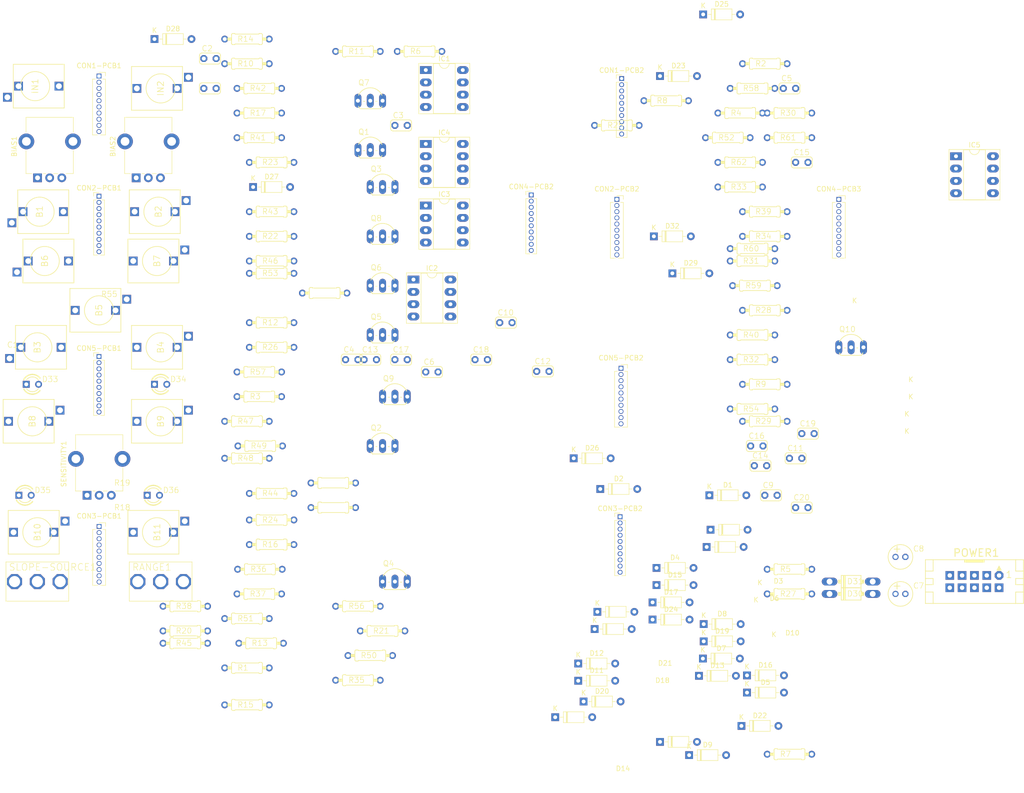
<source format=kicad_pcb>
(kicad_pcb (version 20211014) (generator pcbnew)
  (layers (0 "F.Cu" signal) (31 "B.Cu" signal) (34 "B.Paste" user) (35 "F.Paste" user) (36 "B.SilkS" user "B.Silkscreen") (37 "F.SilkS" user "F.Silkscreen") (38 "B.Mask" user) (39 "F.Mask" user) (44 "Edge.Cuts" user))
  (net 0 "")
  (net 1 "0V")
  (net 2 "/MAX-OUT")
  (net 3 "/MIN-OUT")
  (net 4 "Net-(B5-PadTIP)")
  (net 5 "/HIGH-OUT1")
  (net 6 "/HIGH-OUT2")
  (net 7 "/RISING-OUT")
  (net 8 "/FALLING-OUT")
  (net 9 "/STEADY-OUT")
  (net 10 "/RISING&FALLING-OUT")
  (net 11 "Net-(C1-Pad1)")
  (net 12 "Net-(C1-Pad2)")
  (net 13 "Net-(C2-Pad1)")
  (net 14 "Net-(C2-Pad2)")
  (net 15 "Net-(C3-Pad1)")
  (net 16 "Net-(C3-Pad2)")
  (net 17 "Net-(C4-Pad1)")
  (net 18 "Net-(C4-Pad2)")
  (net 19 "+12V")
  (net 20 "-12V")
  (net 21 "Net-(C13-Pad1)")
  (net 22 "Net-(C18-Pad1)")
  (net 23 "/MIN OUT")
  (net 24 "/MAX OUT")
  (net 25 "/IN 4")
  (net 26 "/IN 3")
  (net 27 "/IN 2")
  (net 28 "/IN 1")
  (net 29 "/IN-4")
  (net 30 "/IN-3")
  (net 31 "/IN-2")
  (net 32 "/IN-1")
  (net 33 "Net-(CON2-PCB2-Pad1)")
  (net 34 "Net-(CON2-PCB2-Pad2)")
  (net 35 "Net-(CON2-PCB2-Pad3)")
  (net 36 "Net-(CON2-PCB2-Pad4)")
  (net 37 "Net-(CON2-PCB2-Pad5)")
  (net 38 "Net-(CON2-PCB2-Pad6)")
  (net 39 "Net-(CON2-PCB2-Pad7)")
  (net 40 "Net-(CON2-PCB2-Pad8)")
  (net 41 "Net-(CON2-PCB2-Pad9)")
  (net 43 "/SIGNAL-IN")
  (net 44 "/LED4")
  (net 45 "/LED3")
  (net 46 "/LED2")
  (net 47 "/LED1")
  (net 48 "/SENSE3")
  (net 49 "/SENSE1")
  (net 50 "/LED-4")
  (net 51 "/LED-3")
  (net 52 "/LED-2")
  (net 53 "/LED-1")
  (net 54 "/SENSE-3")
  (net 55 "/SENSE-1")
  (net 56 "/STEADY")
  (net 57 "/FALLING")
  (net 58 "/RISING")
  (net 59 "/SIGNAL IN")
  (net 60 "/HIGH OUT2")
  (net 61 "/HIGH OUT1")
  (net 62 "/RISING&FALLING")
  (net 66 "/LED_4")
  (net 67 "/LED_3")
  (net 68 "/LED_2")
  (net 69 "/LED_1")
  (net 72 "Net-(D1-Pad1)")
  (net 73 "Net-(D2-Pad2)")
  (net 74 "Net-(D7-Pad2)")
  (net 75 "Net-(D9-Pad1)")
  (net 76 "Net-(D10-Pad1)")
  (net 77 "Net-(D10-Pad2)")
  (net 78 "Net-(D13-Pad2)")
  (net 79 "Net-(D14-Pad1)")
  (net 80 "Net-(D17-Pad2)")
  (net 81 "Net-(D18-Pad1)")
  (net 82 "Net-(D18-Pad2)")
  (net 83 "Net-(D19-Pad1)")
  (net 84 "Net-(D22-Pad1)")
  (net 85 "Net-(D26-Pad1)")
  (net 86 "Net-(D27-Pad1)")
  (net 87 "Net-(D28-Pad1)")
  (net 88 "Net-(D29-Pad1)")
  (net 89 "Net-(D30-PadA)")
  (net 90 "Net-(D31-PadC)")
  (net 91 "Net-(D32-Pad1)")
  (net 92 "Net-(IC1-Pad3)")
  (net 93 "Net-(IC3-Pad5)")
  (net 94 "Net-(IC5-Pad1)")
  (net 95 "Net-(IC5-Pad2)")
  (net 96 "Net-(IC5-Pad3)")
  (net 97 "Net-(IC5-Pad5)")
  (net 98 "Net-(IC5-Pad7)")
  (net 99 "Net-(BIAS1-PadMID)")
  (net 100 "Net-(BIAS2-PadMID)")
  (net 101 "Net-(POWER1-Pad1)")
  (net 102 "Net-(POWER1-Pad10)")
  (net 103 "Net-(Q1-Pad3)")
  (net 104 "Net-(Q2-Pad1)")
  (net 105 "Net-(Q3-Pad1)")
  (net 106 "Net-(Q4-Pad1)")
  (net 107 "Net-(Q5-Pad1)")
  (net 108 "Net-(Q6-Pad1)")
  (net 109 "Net-(Q6-Pad2)")
  (net 110 "Net-(Q7-Pad1)")
  (net 111 "Net-(Q7-Pad2)")
  (net 112 "Net-(Q8-Pad1)")
  (net 113 "Net-(Q9-Pad1)")
  (net 114 "Net-(Q9-Pad2)")
  (net 115 "Net-(Q10-Pad1)")
  (net 116 "Net-(Q10-Pad2)")
  (net 117 "Net-(BIAS1-PadRIGHT)")
  (net 118 "Net-(BIAS1-PadLEFT)")
  (net 119 "Net-(BIAS2-PadRIGHT)")
  (net 120 "Net-(BIAS2-PadLEFT)")
  (net 121 "/HIGH OUT 1")
  (net 122 "/HIGH OUT 2")
  (net 124 "Net-(R48-Pad2)")
  (net 125 "Net-(R51-Pad2)")
  (net 126 "Net-(R55-Pad2)")
  (net 127 "Net-(R60-Pad2)")
  (footprint "kicadlibrary:0207_9" (layer "F.Cu") (at 220.98 96.52)
    (fp_text reference "R29" (at -2.032 0.635) (layer "F.SilkS") (effects (font (size 1.143 1.143) (thickness 0.127)) (justify left bottom)))
    (fp_text value "100K")
    (pad "1" thru_hole circle (at -4.58 0) (size 1.4224 1.4224) (drill 0.8128) (layers *.Cu *.Mask) (net 1 "0V"))
    (pad "2" thru_hole circle (at 4.58 0) (size 1.4224 1.4224) (drill 0.8128) (layers *.Cu *.Mask) (net 59 "/SIGNAL IN"))
  )
  (footprint "kicadlibrary:0207_9" (layer "F.Cu") (at 139.7 144.78)
    (fp_text reference "R50" (at -2.032 0.635) (layer "F.SilkS") (effects (font (size 1.143 1.143) (thickness 0.127)) (justify left bottom)))
    (fp_text value "1K")
    (pad "1" thru_hole circle (at -4.58 0) (size 1.4224 1.4224) (drill 0.8128) (layers *.Cu *.Mask) (net 124 "Net-(R48-Pad2)"))
    (pad "2" thru_hole circle (at 4.58 0) (size 1.4224 1.4224) (drill 0.8128) (layers *.Cu *.Mask) (net 58 "/RISING"))
  )
  (footprint "kicadlibrary:0207_9" (layer "F.Cu") (at 220.98 88.9)
    (fp_text reference "R9" (at -2.032 0.635) (layer "F.SilkS") (effects (font (size 1.143 1.143) (thickness 0.127)) (justify left bottom)))
    (fp_text value "100K")
    (pad "1" thru_hole circle (at -4.58 0) (size 1.4224 1.4224) (drill 0.8128) (layers *.Cu *.Mask) (net 12 "Net-(C1-Pad2)"))
    (pad "2" thru_hole circle (at 4.58 0) (size 1.4224 1.4224) (drill 0.8128) (layers *.Cu *.Mask) (net 24 "/MAX OUT"))
  )
  (footprint "kicadlibrary:0207_9" (layer "F.Cu") (at 149.86 20.32)
    (fp_text reference "R6" (at -2.032 0.635) (layer "F.SilkS") (effects (font (size 1.143 1.143) (thickness 0.127)) (justify left bottom)))
    (fp_text value "100K")
    (pad "1" thru_hole circle (at -4.58 0) (size 1.4224 1.4224) (drill 0.8128) (layers *.Cu *.Mask) (net 73 "Net-(D2-Pad2)"))
    (pad "2" thru_hole circle (at 4.58 0) (size 1.4224 1.4224) (drill 0.8128) (layers *.Cu *.Mask) (net 92 "Net-(IC1-Pad3)"))
  )
  (footprint "ryo:THONKICON-TWISTED" (layer "F.Cu") (at 96.52 81.28 90)
    (fp_text reference "B4" (at 0 0 90) (layer "F.SilkS") (effects (font (size 1.27 1.27))))
    (fp_text value "min out")
    (pad "NORMAL" thru_hole rect (at 0 3.4 90) (size 1.8096 1.8096) (drill 1.2) (layers *.Cu *.Mask))
    (pad "RING" thru_hole rect (at 2.286 5.715 90) (size 1.8096 1.8096) (drill 1.2) (layers *.Cu *.Mask))
    (pad "TIP" thru_hole rect (at 0 -4.9 90) (size 1.8096 1.8096) (drill 1.2) (layers *.Cu *.Mask) (net 3 "/MIN-OUT"))
  )
  (footprint "Connector_PinHeader_1.27mm:PinHeader_1x10_P1.27mm_Vertical" (layer "F.Cu") (at 83.82 83.175)
    (fp_text reference "CON5-PCB1" (at 0 -1.695) (layer "F.SilkS"))
    (fp_text value "MA10-1")
    (pad "1" thru_hole rect (at 0 0) (size 1 1) (drill 0.65) (layers *.Cu *.Mask) (net 20 "-12V"))
    (pad "2" thru_hole oval (at 0 1.27) (size 1 1) (drill 0.65) (layers *.Cu *.Mask) (net 1 "0V"))
    (pad "3" thru_hole oval (at 0 2.54) (size 1 1) (drill 0.65) (layers *.Cu *.Mask) (net 19 "+12V"))
    (pad "4" thru_hole oval (at 0 3.81) (size 1 1) (drill 0.65) (layers *.Cu *.Mask) (net 50 "/LED-4"))
    (pad "5" thru_hole oval (at 0 5.08) (size 1 1) (drill 0.65) (layers *.Cu *.Mask) (net 51 "/LED-3"))
    (pad "6" thru_hole oval (at 0 6.35) (size 1 1) (drill 0.65) (layers *.Cu *.Mask) (net 52 "/LED-2"))
    (pad "7" thru_hole oval (at 0 7.62) (size 1 1) (drill 0.65) (layers *.Cu *.Mask) (net 53 "/LED-1"))
    (pad "8" thru_hole oval (at 0 8.89) (size 1 1) (drill 0.65) (layers *.Cu *.Mask))
    (pad "9" thru_hole oval (at 0 10.16) (size 1 1) (drill 0.65) (layers *.Cu *.Mask))
    (pad "10" thru_hole oval (at 0 11.43) (size 1 1) (drill 0.65) (layers *.Cu *.Mask) (net 1 "0V"))
  )
  (footprint "kicadlibrary:0207_9" (layer "F.Cu") (at 218.44 60.96)
    (fp_text reference "R60" (at -2.032 0.635) (layer "F.SilkS") (effects (font (size 1.143 1.143) (thickness 0.127)) (justify left bottom)))
    (fp_text value "1.8K")
    (pad "1" thru_hole circle (at -4.58 0) (size 1.4224 1.4224) (drill 0.8128) (layers *.Cu *.Mask) (net 115 "Net-(Q10-Pad1)"))
    (pad "2" thru_hole circle (at 4.58 0) (size 1.4224 1.4224) (drill 0.8128) (layers *.Cu *.Mask) (net 127 "Net-(R60-Pad2)"))
  )
  (footprint "kicadlibrary:0207_9" (layer "F.Cu") (at 132.08 109.22)
    (fp_text reference "R19" (at -45.212 0.635) (layer "F.SilkS") (effects (font (size 1.143 1.143) (thickness 0.127)) (justify left bottom)))
    (fp_text value "1K")
    (pad "1" thru_hole circle (at -4.58 0) (size 1.4224 1.4224) (drill 0.8128) (layers *.Cu *.Mask) (net 20 "-12V"))
    (pad "2" thru_hole circle (at 4.58 0) (size 1.4224 1.4224) (drill 0.8128) (layers *.Cu *.Mask) (net 104 "Net-(Q2-Pad1)"))
  )
  (footprint "Package_DIP:DIP-8_W7.62mm_Socket_LongPads" (layer "F.Cu") (at 151.14 39.38)
    (fp_text reference "IC4" (at 3.81 -2.33) (layer "F.SilkS"))
    (fp_text value "TL072")
    (pad "1" thru_hole rect (at 0 0) (size 2.4 1.6) (drill 0.8) (layers *.Cu *.Mask) (net 15 "Net-(C3-Pad1)"))
    (pad "2" thru_hole oval (at 0 2.54) (size 2.4 1.6) (drill 0.8) (layers *.Cu *.Mask) (net 16 "Net-(C3-Pad2)"))
    (pad "3" thru_hole oval (at 0 5.08) (size 2.4 1.6) (drill 0.8) (layers *.Cu *.Mask) (net 78 "Net-(D13-Pad2)"))
    (pad "4" thru_hole oval (at 0 7.62) (size 2.4 1.6) (drill 0.8) (layers *.Cu *.Mask) (net 19 "+12V"))
    (pad "5" thru_hole oval (at 7.62 7.62) (size 2.4 1.6) (drill 0.8) (layers *.Cu *.Mask) (net 78 "Net-(D13-Pad2)"))
    (pad "6" thru_hole oval (at 7.62 5.08) (size 2.4 1.6) (drill 0.8) (layers *.Cu *.Mask) (net 18 "Net-(C4-Pad2)"))
    (pad "7" thru_hole oval (at 7.62 2.54) (size 2.4 1.6) (drill 0.8) (layers *.Cu *.Mask) (net 17 "Net-(C4-Pad1)"))
    (pad "8" thru_hole oval (at 7.62 0) (size 2.4 1.6) (drill 0.8) (layers *.Cu *.Mask))
  )
  (footprint "Diode_THT:D_DO-35_SOD27_P7.62mm_Horizontal" (layer "F.Cu") (at 217.31 152.41)
    (fp_text reference "D5" (at 3.81 -2.12) (layer "F.SilkS"))
    (fp_text value "1N4148")
    (fp_text user "K" (at 0 -1.8) (layer "F.SilkS"))
    (pad "1" thru_hole rect (at 0 0) (size 1.6 1.6) (drill 0.8) (layers *.Cu *.Mask) (net 72 "Net-(D1-Pad1)"))
    (pad "2" thru_hole oval (at 7.62 0) (size 1.6 1.6) (drill 0.8) (layers *.Cu *.Mask) (net 30 "/IN-3"))
  )
  (footprint "kicadlibrary:0207_9" (layer "F.Cu") (at 137.16 149.86)
    (fp_text reference "R35" (at -2.032 0.635) (layer "F.SilkS") (effects (font (size 1.143 1.143) (thickness 0.127)) (justify left bottom)))
    (fp_text value "100K")
    (pad "1" thru_hole circle (at -4.58 0) (size 1.4224 1.4224) (drill 0.8128) (layers *.Cu *.Mask) (net 91 "Net-(D32-Pad1)"))
    (pad "2" thru_hole circle (at 4.58 0) (size 1.4224 1.4224) (drill 0.8128) (layers *.Cu *.Mask) (net 94 "Net-(IC5-Pad1)"))
  )
  (footprint "ryo:TO92-LINE" (layer "F.Cu") (at 142.24 101.6)
    (fp_text reference "Q2" (at -2.54 -3.048) (layer "F.SilkS") (effects (font (size 1.143 1.143) (thickness 0.127)) (justify left bottom)))
    (fp_text value "BC547")
    (pad "1" thru_hole oval (at 2.54 0 90) (size 2.8448 1.4224) (drill 0.8128) (layers *.Cu *.Mask) (net 104 "Net-(Q2-Pad1)"))
    (pad "2" thru_hole oval (at 0 0 90) (size 2.8448 1.4224) (drill 0.8128) (layers *.Cu *.Mask) (net 85 "Net-(D26-Pad1)"))
    (pad "3" thru_hole oval (at -2.54 0 90) (size 2.8448 1.4224) (drill 0.8128) (layers *.Cu *.Mask) (net 83 "Net-(D19-Pad1)"))
  )
  (footprint "kicadlibrary:0207_9" (layer "F.Cu") (at 190.5 35.56)
    (fp_text reference "R25" (at -2.032 0.635) (layer "F.SilkS") (effects (font (size 1.143 1.143) (thickness 0.127)) (justify left bottom)))
    (fp_text value "330")
    (pad "1" thru_hole circle (at -4.58 0) (size 1.4224 1.4224) (drill 0.8128) (layers *.Cu *.Mask) (net 15 "Net-(C3-Pad1)"))
    (pad "2" thru_hole circle (at 4.58 0) (size 1.4224 1.4224) (drill 0.8128) (layers *.Cu *.Mask) (net 121 "/HIGH OUT 1"))
  )
  (footprint "kicadlibrary:0207_9" (layer "F.Cu") (at 218.44 63.5)
    (fp_text reference "R31" (at -2.032 0.635) (layer "F.SilkS") (effects (font (size 1.143 1.143) (thickness 0.127)) (justify left bottom)))
    (fp_text value "10K")
    (pad "1" thru_hole circle (at -4.58 0) (size 1.4224 1.4224) (drill 0.8128) (layers *.Cu *.Mask) (net 59 "/SIGNAL IN"))
    (pad "2" thru_hole circle (at 4.58 0) (size 1.4224 1.4224) (drill 0.8128) (layers *.Cu *.Mask))
  )
  (footprint "kicadlibrary:0207_9" (layer "F.Cu") (at 213.36 38.1)
    (fp_text reference "R52" (at -2.032 0.635) (layer "F.SilkS") (effects (font (size 1.143 1.143) (thickness 0.127)) (justify left bottom)))
    (fp_text value "1K")
    (pad "1" thru_hole circle (at -4.58 0) (size 1.4224 1.4224) (drill 0.8128) (layers *.Cu *.Mask) (net 125 "Net-(R51-Pad2)"))
    (pad "2" thru_hole circle (at 4.58 0) (size 1.4224 1.4224) (drill 0.8128) (layers *.Cu *.Mask) (net 1 "0V"))
  )
  (footprint "Connector_PinHeader_1.27mm:PinHeader_1x10_P1.27mm_Vertical" (layer "F.Cu") (at 172.862003 49.89)
    (fp_text reference "CON4-PCB2" (at 0 -1.695) (layer "F.SilkS"))
    (fp_text value "MA10-1")
    (pad "1" thru_hole rect (at 0 0) (size 1 1) (drill 0.65) (layers *.Cu *.Mask) (net 33 "Net-(CON2-PCB2-Pad1)"))
    (pad "2" thru_hole oval (at 0 1.27) (size 1 1) (drill 0.65) (layers *.Cu *.Mask) (net 34 "Net-(CON2-PCB2-Pad2)"))
    (pad "3" thru_hole oval (at 0 2.54) (size 1 1) (drill 0.65) (layers *.Cu *.Mask) (net 35 "Net-(CON2-PCB2-Pad3)"))
    (pad "4" thru_hole oval (at 0 3.81) (size 1 1) (drill 0.65) (layers *.Cu *.Mask) (net 36 "Net-(CON2-PCB2-Pad4)"))
    (pad "5" thru_hole oval (at 0 5.08) (size 1 1) (drill 0.65) (layers *.Cu *.Mask) (net 37 "Net-(CON2-PCB2-Pad5)"))
    (pad "6" thru_hole oval (at 0 6.35) (size 1 1) (drill 0.65) (layers *.Cu *.Mask) (net 38 "Net-(CON2-PCB2-Pad6)"))
    (pad "7" thru_hole oval (at 0 7.62) (size 1 1) (drill 0.65) (layers *.Cu *.Mask) (net 39 "Net-(CON2-PCB2-Pad7)"))
    (pad "8" thru_hole oval (at 0 8.89) (size 1 1) (drill 0.65) (layers *.Cu *.Mask) (net 40 "Net-(CON2-PCB2-Pad8)"))
    (pad "9" thru_hole oval (at 0 10.16) (size 1 1) (drill 0.65) (layers *.Cu *.Mask) (net 41 "Net-(CON2-PCB2-Pad9)"))
    (pad "10" thru_hole oval (at 0 11.43) (size 1 1) (drill 0.65) (layers *.Cu *.Mask))
  )
  (footprint "Diode_THT:D_DO-35_SOD27_P7.62mm_Horizontal" (layer "F.Cu") (at 208.28 12.7)
    (fp_text reference "D25" (at 3.81 -2.12) (layer "F.SilkS"))
    (fp_text value "1N4148")
    (fp_text user "K" (at 0 -1.8) (layer "F.SilkS"))
    (pad "1" thru_hole rect (at 0 0) (size 1.6 1.6) (drill 0.8) (layers *.Cu *.Mask) (net 84 "Net-(D22-Pad1)"))
    (pad "2" thru_hole oval (at 7.62 0) (size 1.6 1.6) (drill 0.8) (layers *.Cu *.Mask) (net 78 "Net-(D13-Pad2)"))
  )
  (footprint "kicadlibrary:0207_9" (layer "F.Cu") (at 116.84 91.44)
    (fp_text reference "R3" (at -2.032 0.635) (layer "F.SilkS") (effects (font (size 1.143 1.143) (thickness 0.127)) (justify left bottom)))
    (fp_text value "24K")
    (pad "1" thru_hole circle (at -4.58 0) (size 1.4224 1.4224) (drill 0.8128) (layers *.Cu *.Mask) (net 19 "+12V"))
    (pad "2" thru_hole circle (at 4.58 0) (size 1.4224 1.4224) (drill 0.8128) (layers *.Cu *.Mask) (net 119 "Net-(BIAS2-PadRIGHT)"))
  )
  (footprint "Diode_THT:D_DO-35_SOD27_P7.62mm_Horizontal" (layer "F.Cu") (at 209.55 111.76)
    (fp_text reference "D1" (at 3.81 -2.12) (layer "F.SilkS"))
    (fp_text value "1N4148")
    (fp_text user "K" (at 0 -1.8) (layer "F.SilkS"))
    (pad "1" thru_hole rect (at 0 0) (size 1.6 1.6) (drill 0.8) (layers *.Cu *.Mask) (net 72 "Net-(D1-Pad1)"))
    (pad "2" thru_hole oval (at 7.62 0) (size 1.6 1.6) (drill 0.8) (layers *.Cu *.Mask) (net 32 "/IN-1"))
  )
  (footprint "ryo:TO92-LINE" (layer "F.Cu") (at 142.24 68.58)
    (fp_text reference "Q6" (at -2.54 -3.048) (layer "F.SilkS") (effects (font (size 1.143 1.143) (thickness 0.127)) (justify left bottom)))
    (fp_text value "BC557")
    (pad "1" thru_hole oval (at 2.54 0 90) (size 2.8448 1.4224) (drill 0.8128) (layers *.Cu *.Mask) (net 108 "Net-(Q6-Pad1)"))
    (pad "2" thru_hole oval (at 0 0 90) (size 2.8448 1.4224) (drill 0.8128) (layers *.Cu *.Mask) (net 109 "Net-(Q6-Pad2)"))
    (pad "3" thru_hole oval (at -2.54 0 90) (size 2.8448 1.4224) (drill 0.8128) (layers *.Cu *.Mask) (net 19 "+12V"))
  )
  (footprint "ryo:LED3MM" (layer "F.Cu") (at 96.52 88.9)
    (fp_text reference "D34" (at 1.905 -0.381) (layer "F.SilkS") (effects (font (size 1.143 1.143) (thickness 0.127)) (justify left bottom)))
    (fp_text value "CQY99")
    (pad "A" thru_hole rect (at -1.27 0) (size 1.4224 1.4224) (drill 0.8128) (layers *.Cu *.Mask))
    (pad "K" thru_hole circle (at 1.27 0) (size 1.4224 1.4224) (drill 0.8128) (layers *.Cu *.Mask))
  )
  (footprint "ryo:TO92-LINE" (layer "F.Cu") (at 144.78 129.54)
    (fp_text reference "Q4" (at -2.54 -3.048) (layer "F.SilkS") (effects (font (size 1.143 1.143) (thickness 0.127)) (justify left bottom)))
    (fp_text value "BC547")
    (pad "1" thru_hole oval (at 2.54 0 90) (size 2.8448 1.4224) (drill 0.8128) (layers *.Cu *.Mask) (net 106 "Net-(Q4-Pad1)"))
    (pad "2" thru_hole oval (at 0 0 90) (size 2.8448 1.4224) (drill 0.8128) (layers *.Cu *.Mask) (net 87 "Net-(D28-Pad1)"))
    (pad "3" thru_hole oval (at -2.54 0 90) (size 2.8448 1.4224) (drill 0.8128) (layers *.Cu *.Mask) (net 79 "Net-(D14-Pad1)"))
  )
  (footprint "kicadlibrary:0207_9" (layer "F.Cu") (at 218.94 68.58)
    (fp_text reference "R59" (at -2.032 0.635) (layer "F.SilkS") (effects (font (size 1.143 1.143) (thickness 0.127)) (justify left bottom)))
    (fp_text value "3.3K")
    (pad "1" thru_hole circle (at -4.58 0) (size 1.4224 1.4224) (drill 0.8128) (layers *.Cu *.Mask) (net 115 "Net-(Q10-Pad1)"))
    (pad "2" thru_hole circle (at 4.58 0) (size 1.4224 1.4224) (drill 0.8128) (layers *.Cu *.Mask) (net 45 "/LED3"))
  )
  (footprint "kicadlibrary:0207_9" (layer "F.Cu") (at 220.98 58.42)
    (fp_text reference "R34" (at -2.032 0.635) (layer "F.SilkS") (effects (font (size 1.143 1.143) (thickness 0.127)) (justify left bottom)))
    (fp_text value "1M")
    (pad "1" thru_hole circle (at -4.58 0) (size 1.4224 1.4224) (drill 0.8128) (layers *.Cu *.Mask) (net 19 "+12V"))
    (pad "2" thru_hole circle (at 4.58 0) (size 1.4224 1.4224) (drill 0.8128) (layers *.Cu *.Mask) (net 97 "Net-(IC5-Pad5)"))
  )
  (footprint "kicadlibrary:0207_9" (layer "F.Cu") (at 114.3 154.94)
    (fp_text reference "R15" (at -2.032 0.635) (layer "F.SilkS") (effects (font (size 1.143 1.143) (thickness 0.127)) (justify left bottom)))
    (fp_text value "100K")
    (pad "1" thru_hole circle (at -4.58 0) (size 1.4224 1.4224) (drill 0.8128) (layers *.Cu *.Mask) (net 19 "+12V"))
    (pad "2" thru_hole circle (at 4.58 0) (size 1.4224 1.4224) (drill 0.8128) (layers *.Cu *.Mask) (net 85 "Net-(D26-Pad1)"))
  )
  (footprint "kicadlibrary:0207_9" (layer "F.Cu") (at 215.9 33.02)
    (fp_text reference "R4" (at -2.032 0.635) (layer "F.SilkS") (effects (font (size 1.143 1.143) (thickness 0.127)) (justify left bottom)))
    (fp_text value "24K")
    (pad "1" thru_hole circle (at -4.58 0) (size 1.4224 1.4224) (drill 0.8128) (layers *.Cu *.Mask) (net 20 "-12V"))
    (pad "2" thru_hole circle (at 4.58 0) (size 1.4224 1.4224) (drill 0.8128) (layers *.Cu *.Mask) (net 120 "Net-(BIAS2-PadLEFT)"))
  )
  (footprint "Connector_PinSocket_1.27mm:PinSocket_1x10_P1.27mm_Vertical" (layer "F.Cu") (at 83.845 118.18)
    (fp_text reference "CON3-PCB1" (at 0 -2.135) (layer "F.SilkS"))
    (fp_text value "MA10-1")
    (pad "1" thru_hole rect (at 0 0) (size 1 1) (drill 0.7) (layers *.Cu *.Mask) (net 20 "-12V"))
    (pad "2" thru_hole oval (at 0 1.27) (size 1 1) (drill 0.7) (layers *.Cu *.Mask) (net 1 "0V"))
    (pad "3" thru_hole oval (at 0 2.54) (size 1 1) (drill 0.7) (layers *.Cu *.Mask) (net 19 "+12V"))
    (pad "4" thru_hole oval (at 0 3.81) (size 1 1) (drill 0.7) (layers *.Cu *.Mask) (net 50 "/LED-4"))
    (pad "5" thru_hole oval (at 0 5.08) (size 1 1) (drill 0.7) (layers *.Cu *.Mask) (net 51 "/LED-3"))
    (pad "6" thru_hole oval (at 0 6.35) (size 1 1) (drill 0.7) (layers *.Cu *.Mask) (net 52 "/LED-2"))
    (pad "7" thru_hole oval (at 0 7.62) (size 1 1) (drill 0.7) (layers *.Cu *.Mask) (net 53 "/LED-1"))
    (pad "8" thru_hole oval (at 0 8.89) (size 1 1) (drill 0.7) (layers *.Cu *.Mask) (net 54 "/SENSE-3"))
    (pad "9" thru_hole oval (at 0 10.16) (size 1 1) (drill 0.7) (layers *.Cu *.Mask) (net 55 "/SENSE-1"))
    (pad "10" thru_hole oval (at 0 11.43) (size 1 1) (drill 0.7) (layers *.Cu *.Mask) (net 1 "0V"))
  )
  (footprint "Package_DIP:DIP-8_W7.62mm_Socket_LongPads" (layer "F.Cu") (at 151.14 24.16)
    (fp_text reference "IC1" (at 3.81 -2.33) (layer "F.SilkS"))
    (fp_text value "MC4558")
    (pad "1" thru_hole rect (at 0 0) (size 2.4 1.6) (drill 0.8) (layers *.Cu *.Mask) (net 11 "Net-(C1-Pad1)"))
    (pad "2" thru_hole oval (at 0 2.54) (size 2.4 1.6) (drill 0.8) (layers *.Cu *.Mask) (net 12 "Net-(C1-Pad2)"))
    (pad "3" thru_hole oval (at 0 5.08) (size 2.4 1.6) (drill 0.8) (layers *.Cu *.Mask) (net 92 "Net-(IC1-Pad3)"))
    (pad "4" thru_hole oval (at 0 7.62) (size 2.4 1.6) (drill 0.8) (layers *.Cu *.Mask) (net 19 "+12V"))
    (pad "5" thru_hole oval (at 7.62 7.62) (size 2.4 1.6) (drill 0.8) (layers *.Cu *.Mask) (net 74 "Net-(D7-Pad2)"))
    (pad "6" thru_hole oval (at 7.62 5.08) (size 2.4 1.6) (drill 0.8) (layers *.Cu *.Mask) (net 78 "Net-(D13-Pad2)"))
    (pad "7" thru_hole oval (at 7.62 2.54) (size 2.4 1.6) (drill 0.8) (layers *.Cu *.Mask) (net 77 "Net-(D10-Pad2)"))
    (pad "8" thru_hole oval (at 7.62 0) (size 2.4 1.6) (drill 0.8) (layers *.Cu *.Mask))
  )
  (footprint "ryo:TO92-LINE" (layer "F.Cu") (at 139.7 30.48)
    (fp_text reference "Q7" (at -2.54 -3.048) (layer "F.SilkS") (effects (font (size 1.143 1.143) (thickness 0.127)) (justify left bottom)))
    (fp_text value "BC557")
    (pad "1" thru_hole oval (at 2.54 0 90) (size 2.8448 1.4224) (drill 0.8128) (layers *.Cu *.Mask) (net 110 "Net-(Q7-Pad1)"))
    (pad "2" thru_hole oval (at 0 0 90) (size 2.8448 1.4224) (drill 0.8128) (layers *.Cu *.Mask) (net 111 "Net-(Q7-Pad2)"))
    (pad "3" thru_hole oval (at -2.54 0 90) (size 2.8448 1.4224) (drill 0.8128) (layers *.Cu *.Mask) (net 19 "+12V"))
  )
  (footprint "ryo:SPDT-HORIZONTAL-TOP-SUBMINI-MULTICOMP" (layer "F.Cu") (at 71.12 129.54)
    (fp_text reference "SLOPE-SOURCE1" (at -5.9275 -2.1575) (layer "F.SilkS") (effects (font (size 1.40208 1.40208) (thickness 0.12192)) (justify left bottom)))
    (fp_text value "SW_DP3T")
    (pad "1" thru_hole roundrect (at 4.7 0 90) (size 3.1 3.1) (drill 2.3) (layers *.Cu *.Mask) (chamfer_ratio 0.2928932188) (chamfer top_left top_right bottom_left bottom_right) (net 23 "/MIN OUT"))
    (pad "2" thru_hole roundrect (at 0 0 90) (size 3.1 3.1) (drill 2.3) (layers *.Cu *.Mask) (chamfer_ratio 0.2928932188) (chamfer top_left top_right bottom_left bottom_right) (net 121 "/HIGH OUT 1"))
    (pad "3" thru_hole roundrect (at -4.7 0 90) (size 3.1 3.1) (drill 2.3) (layers *.Cu *.Mask) (chamfer_ratio 0.2928932188) (chamfer top_left top_right bottom_left bottom_right) (net 4 "Net-(B5-PadTIP)"))
  )
  (footprint "Diode_THT:D_DO-35_SOD27_P7.62mm_Horizontal" (layer "F.Cu") (at 177.8 157.48)
    (fp_text reference "D14" (at 13.97 10.58) (layer "F.SilkS"))
    (fp_text value "1N4148")
    (fp_text user "K" (at 0 -1.8) (layer "F.SilkS"))
    (pad "1" thru_hole rect (at 0 0) (size 1.6 1.6) (drill 0.8) (layers *.Cu *.Mask) (net 79 "Net-(D14-Pad1)"))
    (pad "2" thru_hole oval (at 7.62 0) (size 1.6 1.6) (drill 0.8) (layers *.Cu *.Mask) (net 77 "Net-(D10-Pad2)"))
  )
  (footprint "kicadlibrary:0207_9" (layer "F.Cu") (at 119.38 76.2)
    (fp_text reference "R12" (at -2.032 0.635) (layer "F.SilkS") (effects (font (size 1.143 1.143) (thickness 0.127)) (justify left bottom)))
    (fp_text value "100K")
    (pad "1" thru_hole circle (at -4.58 0) (size 1.4224 1.4224) (drill 0.8128) (layers *.Cu *.Mask) (net 20 "-12V"))
    (pad "2" thru_hole circle (at 4.58 0) (size 1.4224 1.4224) (drill 0.8128) (layers *.Cu *.Mask) (net 75 "Net-(D9-Pad1)"))
  )
  (footprint "kicadlibrary:0207_9" (layer "F.Cu") (at 218.44 78.74)
    (fp_text reference "R40" (at -2.032 0.635) (layer "F.SilkS") (effects (font (size 1.143 1.143) (thickness 0.127)) (justify left bottom)))
    (fp_text value "4.7K")
    (pad "1" thru_hole circle (at -4.58 0) (size 1.4224 1.4224) (drill 0.8128) (layers *.Cu *.Mask) (net 98 "Net-(IC5-Pad7)"))
    (pad "2" thru_hole circle (at 4.58 0) (size 1.4224 1.4224) (drill 0.8128) (layers *.Cu *.Mask) (net 116 "Net-(Q10-Pad2)"))
  )
  (footprint "kicadlibrary:0207_9" (layer "F.Cu") (at 119.38 81.28)
    (fp_text reference "R26" (at -2.032 0.635) (layer "F.SilkS") (effects (font (size 1.143 1.143) (thickness 0.127)) (justify left bottom)))
    (fp_text value "330")
    (pad "1" thru_hole circle (at -4.58 0) (size 1.4224 1.4224) (drill 0.8128) (layers *.Cu *.Mask) (net 17 "Net-(C4-Pad1)"))
    (pad "2" thru_hole circle (at 4.58 0) (size 1.4224 1.4224) (drill 0.8128) (layers *.Cu *.Mask) (net 122 "/HIGH OUT 2"))
  )
  (footprint "ryo:LED3MM" (layer "F.Cu") (at 95.02 111.76)
    (fp_text reference "D36" (at 1.905 -0.381) (layer "F.SilkS") (effects (font (size 1.143 1.143) (thickness 0.127)) (justify left bottom)))
    (fp_text value "CQY99")
    (pad "A" thru_hole rect (at -1.27 0) (size 1.4224 1.4224) (drill 0.8128) (layers *.Cu *.Mask))
    (pad "K" thru_hole circle (at 1.27 0) (size 1.4224 1.4224) (drill 0.8128) (layers *.Cu *.Mask))
  )
  (footprint "ryo:C025-024X044" (layer "F.Cu") (at 167.64 76.2)
    (fp_text reference "C10" (at -1.778 -1.397) (layer "F.SilkS") (effects (font (size 1.143 1.143) (thickness 0.127)) (justify left bottom)))
    (fp_text value "100nF")
    (pad "1" thru_hole roundrect (at -1.27 0) (size 1.4224 1.4224) (drill 0.8128) (layers *.Cu *.Mask) (chamfer_ratio 0.2928932188) (chamfer top_left top_right bottom_left bottom_right) (net 1 "0V"))
    (pad "2" thru_hole roundrect (at 1.27 0) (size 1.4224 1.4224) (drill 0.8128) (layers *.Cu *.Mask) (chamfer_ratio 0.2928932188) (chamfer top_left top_right bottom_left bottom_right) (net 20 "-12V"))
  )
  (footprint "kicadlibrary:0207_9" (layer "F.Cu") (at 119.38 66.04)
    (fp_text reference "R53" (at -2.032 0.635) (layer "F.SilkS") (effects (font (size 1.143 1.143) (thickness 0.127)) (justify left bottom)))
    (fp_text value "2.2K")
    (pad "1" thru_hole circle (at -4.58 0) (size 1.4224 1.4224) (drill 0.8128) (layers *.Cu *.Mask) (net 113 "Net-(Q9-Pad1)"))
    (pad "2" thru_hole circle (at 4.58 0) (size 1.4224 1.4224) (drill 0.8128) (layers *.Cu *.Mask) (net 46 "/LED2"))
  )
  (footprint "kicadlibrary:0207_9" (layer "F.Cu") (at 226.06 38.1)
    (fp_text reference "R61" (at -2.032 0.635) (layer "F.SilkS") (effects (font (size 1.143 1.143) (thickness 0.127)) (justify left bottom)))
    (fp_text value "1K")
    (pad "1" thru_hole circle (at -4.58 0) (size 1.4224 1.4224) (drill 0.8128) (layers *.Cu *.Mask) (net 127 "Net-(R60-Pad2)"))
    (pad "2" thru_hole circle (at 4.58 0) (size 1.4224 1.4224) (drill 0.8128) (layers *.Cu *.Mask) (net 1 "0V"))
  )
  (footprint "Diode_THT:D_DO-35_SOD27_P7.62mm_Horizontal" (layer "F.Cu") (at 197.86 137.37)
    (fp_text reference "D24" (at 3.81 -2.12) (layer "F.SilkS"))
    (fp_text value "1N4148")
    (fp_text user "K" (at 52.39 -38.8) (layer "F.SilkS"))
    (pad "1" thru_hole rect (at 0 0) (size 1.6 1.6) (drill 0.8) (layers *.Cu *.Mask) (net 84 "Net-(D22-Pad1)"))
    (pad "2" thru_hole oval (at 7.62 0) (size 1.6 1.6) (drill 0.8) (layers *.Cu *.Mask) (net 77 "Net-(D10-Pad2)"))
  )
  (footprint "Connector_PinSocket_1.27mm:PinSocket_1x10_P1.27mm_Vertical" (layer "F.Cu") (at 236.22 50.8)
    (fp_text reference "CON4-PCB3" (at 0 -2.135) (layer "F.SilkS"))
    (fp_text value "MA10-1")
    (pad "1" thru_hole rect (at 0 0) (size 1 1) (drill 0.7) (layers *.Cu *.Mask) (net 20 "-12V"))
    (pad "2" thru_hole oval (at 0 1.27) (size 1 1) (drill 0.7) (layers *.Cu *.Mask) (net 1 "0V"))
    (pad "3" thru_hole oval (at 0 2.54) (size 1 1) (drill 0.7) (layers *.Cu *.Mask) (net 19 "+12V"))
    (pad "4" thru_hole oval (at 0 3.81) (size 1 1) (drill 0.7) (layers *.Cu *.Mask) (net 56 "/STEADY"))
    (pad "5" thru_hole oval (at 0 5.08) (size 1 1) (drill 0.7) (layers *.Cu *.Mask) (net 57 "/FALLING"))
    (pad "6" thru_hole oval (at 0 6.35) (size 1 1) (drill 0.7) (layers *.Cu *.Mask) (net 58 "/RISING"))
    (pad "7" thru_hole oval (at 0 7.62) (size 1 1) (drill 0.7) (layers *.Cu *.Mask) (net 59 "/SIGNAL IN"))
    (pad "8" thru_hole oval (at 0 8.89) (size 1 1) (drill 0.7) (layers *.Cu *.Mask) (net 60 "/HIGH OUT2"))
    (pad "9" thru_hole oval (at 0 10.16) (size 1 1) (drill 0.7) (layers *.Cu *.Mask) (net 61 "/HIGH OUT1"))
    (pad "10" thru_hole oval (at 0 11.43) (size 1 1) (drill 0.7) (layers *.Cu *.Mask) (net 62 "/RISING&FALLING"))
  )
  (footprint "Potentiometer_THT:Potentiometer_Alpha_RD901F-40-00D_Single_Vertical_CircularHoles" (layer "F.Cu") (at 81.36 111.76 90)
    (fp_text reference "SENSITIVITY1" (at 6.45 -4.8 90) (layer "F.SilkS"))
    (fp_text value "1M")
    (pad "" thru_hole circle (at 7.5 7.3 180) (size 3.24 3.24) (drill 1.8) (layers *.Cu *.Mask))
    (pad "" thru_hole circle (at 7.5 -2.3 180) (size 3.24 3.24) (drill 1.8) (layers *.Cu *.Mask))
    (pad "1" thru_hole rect (at 0 0 180) (size 1.8 1.8) (drill 1) (layers *.Cu *.Mask))
    (pad "2" thru_hole circle (at 0 2.5 180) (size 1.8 1.8) (drill 1) (layers *.Cu *.Mask))
    (pad "3" thru_hole circle (at 0 5 180) (size 1.8 1.8) (drill 1) (layers *.Cu *.Mask))
  )
  (footprint "Diode_THT:D_DO-35_SOD27_P7.62mm_Horizontal" (layer "F.Cu") (at 197.86 133.82)
    (fp_text reference "D17" (at 3.81 -2.12) (layer "F.SilkS"))
    (fp_text value "1N4148")
    (fp_text user "K" (at 52.39 -38.8) (layer "F.SilkS"))
    (pad "1" thru_hole rect (at 0 0) (size 1.6 1.6) (drill 0.8) (layers *.Cu *.Mask) (net 79 "Net-(D14-Pad1)"))
    (pad "2" thru_hole oval (at 7.62 0) (size 1.6 1.6) (drill 0.8) (layers *.Cu *.Mask) (net 80 "Net-(D17-Pad2)"))
  )
  (footprint "Package_DIP:DIP-8_W7.62mm_Socket_LongPads" (layer "F.Cu") (at 260.36 41.92)
    (fp_text reference "IC5" (at 3.81 -2.33) (layer "F.SilkS"))
    (fp_text value "TL072")
    (pad "1" thru_hole rect (at 0 0) (size 2.4 1.6) (drill 0.8) (layers *.Cu *.Mask) (net 94 "Net-(IC5-Pad1)"))
    (pad "2" thru_hole oval (at 0 2.54) (size 2.4 1.6) (drill 0.8) (layers *.Cu *.Mask) (net 95 "Net-(IC5-Pad2)"))
    (pad "3" thru_hole oval (at 0 5.08) (size 2.4 1.6) (drill 0.8) (layers *.Cu *.Mask) (net 96 "Net-(IC5-Pad3)"))
    (pad "4" thru_hole oval (at 0 7.62) (size 2.4 1.6) (drill 0.8) (layers *.Cu *.Mask) (net 19 "+12V"))
    (pad "5" thru_hole oval (at 7.62 7.62) (size 2.4 1.6) (drill 0.8) (layers *.Cu *.Mask) (net 97 "Net-(IC5-Pad5)"))
    (pad "6" thru_hole oval (at 7.62 5.08) (size 2.4 1.6) (drill 0.8) (layers *.Cu *.Mask) (net 96 "Net-(IC5-Pad3)"))
    (pad "7" thru_hole oval (at 7.62 2.54) (size 2.4 1.6) (drill 0.8) (layers *.Cu *.Mask) (net 98 "Net-(IC5-Pad7)"))
    (pad "8" thru_hole oval (at 7.62 0) (size 2.4 1.6) (drill 0.8) (layers *.Cu *.Mask))
  )
  (footprint "kicadlibrary:0207_9" (layer "F.Cu") (at 101.6 139.7)
    (fp_text reference "R20" (at -2.032 0.635) (layer "F.SilkS") (effects (font (size 1.143 1.143) (thickness 0.127)) (justify left bottom)))
    (fp_text value "1K")
    (pad "1" thru_hole circle (at -4.58 0) (size 1.4224 1.4224) (drill 0.8128) (layers *.Cu *.Mask) (net 20 "-12V"))
    (pad "2" thru_hole circle (at 4.58 0) (size 1.4224 1.4224) (drill 0.8128) (layers *.Cu *.Mask) (net 105 "Net-(Q3-Pad1)"))
  )
  (footprint "kicadlibrary:0207_9" (layer "F.Cu") (at 119.38 43.18)
    (fp_text reference "R23" (at -2.032 0.635) (layer "F.SilkS") (effects (font (size 1.143 1.143) (thickness 0.127)) (justify left bottom)))
    (fp_text value "100K")
    (pad "1" thru_hole circle (at -4.58 0) (size 1.4224 1.4224) (drill 0.8128) (layers *.Cu *.Mask) (net 16 "Net-(C3-Pad2)"))
    (pad "2" thru_hole circle (at 4.58 0) (size 1.4224 1.4224) (drill 0.8128) (layers *.Cu *.Mask) (net 121 "/HIGH OUT 1"))
  )
  (footprint "Diode_THT:D_DO-35_SOD27_P7.62mm_Horizontal" (layer "F.Cu") (at 216.16 159.27)
    (fp_text reference "D22" (at 3.81 -2.12) (layer "F.SilkS"))
    (fp_text value "1N4148")
    (fp_text user "K" (at 0 -1.8) (layer "F.SilkS"))
    (pad "1" thru_hole rect (at 0 0) (size 1.6 1.6) (drill 0.8) (layers *.Cu *.Mask) (net 84 "Net-(D22-Pad1)"))
    (pad "2" thru_hole oval (at 7.62 0) (size 1.6 1.6) (drill 0.8) (layers *.Cu *.Mask) (net 82 "Net-(D18-Pad2)"))
  )
  (footprint "kicadlibrary:0207_9" (layer "F.Cu") (at 200.66 30.48)
    (fp_text reference "R8" (at -2.032 0.635) (layer "F.SilkS") (effects (font (size 1.143 1.143) (thickness 0.127)) (justify left bottom)))
    (fp_text value "100K")
    (pad "1" thru_hole circle (at -4.58 0) (size 1.4224 1.4224) (drill 0.8128) (layers *.Cu *.Mask) (net 72 "Net-(D1-Pad1)"))
    (pad "2" thru_hole circle (at 4.58 0) (size 1.4224 1.4224) (drill 0.8128) (layers *.Cu *.Mask) (net 93 "Net-(IC3-Pad5)"))
  )
  (footprint "ryo:C025-024X044" (layer "F.Cu") (at 228.6 114.3)
    (fp_text reference "C20" (at -1.778 -1.397) (layer "F.SilkS") (effects (font (size 1.143 1.143) (thickness 0.127)) (justify left bottom)))
    (fp_text value "100nF")
    (pad "1" thru_hole roundrect (at -1.27 0) (size 1.4224 1.4224) (drill 0.8128) (layers *.Cu *.Mask) (chamfer_ratio 0.2928932188) (chamfer top_left top_right bottom_left bottom_right) (net 1 "0V"))
    (pad "2" thru_hole roundrect (at 1.27 0) (size 1.4224 1.4224) (drill 0.8128) (layers *.Cu *.Mask) (chamfer_ratio 0.2928932188) (chamfer top_left top_right bottom_left bottom_right) (net 20 "-12V"))
  )
  (footprint "Diode_THT:D_DO-35_SOD27_P7.62mm_Horizontal" (layer "F.Cu") (at 95.25 17.78)
    (fp_text reference "D28" (at 3.81 -2.12) (layer "F.SilkS"))
    (fp_text value "1N4148")
    (fp_text user "K" (at 0 -1.8) (layer "F.SilkS"))
    (pad "1" thru_hole rect (at 0 0) (size 1.6 1.6) (drill 0.8) (layers *.Cu *.Mask) (net 87 "Net-(D28-Pad1)"))
    (pad "2" thru_hole oval (at 7.62 0) (size 1.6 1.6) (drill 0.8) (layers *.Cu *.Mask) (net 20 "-12V"))
  )
  (footprint "Potentiometer_THT:Potentiometer_Alpha_RD901F-40-00D_Single_Vertical_CircularHoles" (layer "F.Cu") (at 71.16 46.365 90)
    (fp_text reference "BIAS1" (at 6.45 -4.8 90) (layer "F.SilkS"))
    (fp_text value "100K")
    (pad "" thru_hole circle (at 7.5 -2.3 180) (size 3.24 3.24) (drill 1.8) (layers *.Cu *.Mask))
    (pad "" thru_hole circle (at 7.5 7.3 180) (size 3.24 3.24) (drill 1.8) (layers *.Cu *.Mask))
    (pad "1" thru_hole rect (at 0 0 180) (size 1.8 1.8) (drill 1) (layers *.Cu *.Mask))
    (pad "2" thru_hole circle (at 0 2.5 180) (size 1.8 1.8) (drill 1) (layers *.Cu *.Mask))
    (pad "3" thru_hole circle (at 0 5 180) (size 1.8 1.8) (drill 1) (layers *.Cu *.Mask))
  )
  (footprint "Diode_THT:D_DO-35_SOD27_P7.62mm_Horizontal" (layer "F.Cu") (at 198.67 130.27)
    (fp_text reference "D15" (at 3.81 -2.12) (layer "F.SilkS"))
    (fp_text value "1N4148")
    (fp_text user "K" (at 52.39 -38.8) (layer "F.SilkS"))
    (pad "1" thru_hole rect (at 0 0) (size 1.6 1.6) (drill 0.8) (layers *.Cu *.Mask) (net 79 "Net-(D14-Pad1)"))
    (pad "2" thru_hole oval (at 7.62 0) (size 1.6 1.6) (drill 0.8) (layers *.Cu *.Mask) (net 77 "Net-(D10-Pad2)"))
  )
  (footprint "kicadlibrary:0207_9" (layer "F.Cu") (at 130.302 70.104)
    (fp_text reference "R55" (at -46.101 0.889) (layer "F.SilkS") (effects (font (size 1.143 1.143) (thickness 0.127)) (justify left bottom)))
    (fp_text value "1.8K")
    (pad "1" thru_hole circle (at -4.58 0) (size 1.4224 1.4224) (drill 0.8128) (layers *.Cu *.Mask) (net 113 "Net-(Q9-Pad1)"))
    (pad "2" thru_hole circle (at 4.58 0) (size 1.4224 1.4224) (drill 0.8128) (layers *.Cu *.Mask) (net 126 "Net-(R55-Pad2)"))
  )
  (footprint "kicadlibrary:0207_9" (layer "F.Cu") (at 114.3 104.14)
    (fp_text reference "R48" (at -2.032 0.635) (layer "F.SilkS") (effects (font (size 1.143 1.143) (thickness 0.127)) (justify left bottom)))
    (fp_text value "1.8K")
    (pad "1" thru_hole circle (at -4.58 0) (size 1.4224 1.4224) (drill 0.8128) (layers *.Cu *.Mask) (net 108 "Net-(Q6-Pad1)"))
    (pad "2" thru_hole circle (at 4.58 0) (size 1.4224 1.4224) (drill 0.8128) (layers *.Cu *.Mask) (net 124 "Net-(R48-Pad2)"))
  )
  (footprint "kicadlibrary:0207_9" (layer "F.Cu") (at 137.16 134.62)
    (fp_text reference "R56" (at -2.032 0.635) (layer "F.SilkS") (effects (font (size 1.143 1.143) (thickness 0.127)) (justify left bottom)))
    (fp_text value "1K")
    (pad "1" thru_hole circle (at -4.58 0) (size 1.4224 1.4224) (drill 0.8128) (layers *.Cu *.Mask) (net 126 "Net-(R55-Pad2)"))
    (pad "2" thru_hole circle (at 4.58 0) (size 1.4224 1.4224) (drill 0.8128) (layers *.Cu *.Mask) (net 1 "0V"))
  )
  (footprint "Diode_THT:D_DO-35_SOD27_P7.62mm_Horizontal" (layer "F.Cu") (at 205.39 165.29)
    (fp_text reference "D9" (at 3.81 -2.12) (layer "F.SilkS"))
    (fp_text value "1N4148")
    (fp_text user "K" (at 0 -1.8) (layer "F.SilkS"))
    (pad "1" thru_hole rect (at 0 0) (size 1.6 1.6) (drill 0.8) (layers *.Cu *.Mask) (net 75 "Net-(D9-Pad1)"))
    (pad "2" thru_hole oval (at 7.62 0) (size 1.6 1.6) (drill 0.8) (layers *.Cu *.Mask) (net 19 "+12V"))
  )
  (footprint "kicadlibrary:0207_9" (layer "F.Cu") (at 220.98 53.34)
    (fp_text reference "R39" (at -2.032 0.635) (layer "F.SilkS") (effects (font (size 1.143 1.143) (thickness 0.127)) (justify left bottom)))
    (fp_text value "4.7K")
    (pad "1" thru_hole circle (at -4.58 0) (size 1.4224 1.4224) (drill 0.8128) (layers *.Cu *.Mask) (net 94 "Net-(IC5-Pad1)"))
    (pad "2" thru_hole circle (at 4.58 0) (size 1.4224 1.4224) (drill 0.8128) (layers *.Cu *.Mask) (net 116 "Net-(Q10-Pad2)"))
  )
  (footprint "ryo:THONKICON-TWISTED" (layer "F.Cu") (at 70.66 27.48 -90)
    (fp_text reference "IN1" (at 0 0 90) (layer "F.SilkS") (effects (font (size 1.27 1.27))))
    (fp_text value "in 1")
    (pad "NORMAL" thru_hole rect (at 0 3.4 270) (size 1.8096 1.8096) (drill 1.2) (layers *.Cu *.Mask))
    (pad "RING" thru_hole rect (at 2.286 5.715 270) (size 1.8096 1.8096) (drill 1.2) (layers *.Cu *.Mask))
    (pad "TIP" thru_hole rect (at 0 -4.9 270) (size 1.8096 1.8096) (drill 1.2) (layers *.Cu *.Mask) (net 99 "Net-(BIAS1-PadMID)"))
  )
  (footprint "kicadlibrary:0207_9" (layer "F.Cu") (at 119.38 63.5)
    (fp_text reference "R46" (at -2.032 0.635) (layer "F.SilkS") (effects (font (size 1.143 1.143) (thickness 0.127)) (justify left bottom)))
    (fp_text value "3.3K")
    (pad "1" thru_hole circle (at -4.58 0) (size 1.4224 1.4224) (drill 0.8128) (layers *.Cu *.Mask) (net 110 "Net-(Q7-Pad1)"))
    (pad "2" thru_hole circle (at 4.58 0) (size 1.4224 1.4224) (drill 0.8128) (layers *.Cu *.Mask) (net 44 "/LED4"))
  )
  (footprint "kicadlibrary:0207_9" (layer "F.Cu") (at 116.84 27.94)
    (fp_text reference "R42" (at -2.032 0.635) (layer "F.SilkS") (effects (font (size 1.143 1.143) (thickness 0.127)) (justify left bottom)))
    (fp_text value "10K")
    (pad "1" thru_hole circle (at -4.58 0) (size 1.4224 1.4224) (drill 0.8128) (layers *.Cu *.Mask) (net 111 "Net-(Q7-Pad2)"))
    (pad "2" thru_hole circle (at 4.58 0) (size 1.4224 1.4224) (drill 0.8128) (layers *.Cu *.Mask) (net 19 "+12V"))
  )
  (footprint "Diode_THT:D_DO-35_SOD27_P7.62mm_Horizontal" (layer "F.Cu") (at 185.93 139.32)
    (fp_text reference "D18" (at 13.97 10.58) (layer "F.SilkS"))
    (fp_text value "1N4148")
    (fp_text user "K" (at 0 -1.8) (layer "F.SilkS"))
    (pad "1" thru_hole rect (at 0 0) (size 1.6 1.6) (drill 0.8) (layers *.Cu *.Mask) (net 81 "Net-(D18-Pad1)"))
    (pad "2" thru_hole oval (at 7.62 0) (size 1.6 1.6) (drill 0.8) (layers *.Cu *.Mask) (net 82 "Net-(D18-Pad2)"))
  )
  (footprint "Diode_THT:D_DO-35_SOD27_P7.62mm_Horizontal" (layer "F.Cu") (at 208.39 141.85)
    (fp_text reference "D19" (at 3.81 -2.12) (layer "F.SilkS"))
    (fp_text value "1N4148")
    (fp_text user "K" (at 0 -1.8) (layer "F.SilkS"))
    (pad "1" thru_hole rect (at 0 0) (size 1.6 1.6) (drill 0.8) (layers *.Cu *.Mask) (net 83 "Net-(D19-Pad1)"))
    (pad "2" thru_hole oval (at 7.62 0) (size 1.6 1.6) (drill 0.8) (layers *.Cu *.Mask) (net 77 "Net-(D10-Pad2)"))
  )
  (footprint "kicadlibrary:0207_9" (layer "F.Cu") (at 114.3 22.86)
    (fp_text reference "R10" (at -2.032 0.635) (layer "F.SilkS") (effects (font (size 1.143 1.143) (thickness 0.127)) (justify left bottom)))
    (fp_text value "100K")
    (pad "1" thru_hole circle (at -4.58 0) (size 1.4224 1.4224) (drill 0.8128) (layers *.Cu *.Mask) (net 14 "Net-(C2-Pad2)"))
    (pad "2" thru_hole circle (at 4.58 0) (size 1.4224 1.4224) (drill 0.8128) (layers *.Cu *.Mask) (net 23 "/MIN OUT"))
  )
  (footprint "ryo:SPDT-HORIZONTAL-TOP-SUBMINI-MULTICOMP" (layer "F.Cu") (at 96.52 129.54)
    (fp_text reference "RANGE1" (at -5.9275 -2.1575) (layer "F.SilkS") (effects (font (size 1.40208 1.40208) (thickness 0.12192)) (justify left bottom)))
    (fp_text value "SW_SPST")
    (pad "1" thru_hole roundrect (at 4.7 0 90) (size 3.1 3.1) (drill 2.3) (layers *.Cu *.Mask) (chamfer_ratio 0.2928932188) (chamfer top_left top_right bottom_left bottom_right) (net 96 "Net-(IC5-Pad3)"))
    (pad "2" thru_hole roundrect (at 0 0 90) (size 3.1 3.1) (drill 2.3) (layers *.Cu *.Mask) (chamfer_ratio 0.2928932188) (chamfer top_left top_right bottom_left bottom_right) (net 22 "Net-(C18-Pad1)"))
    (pad "3" thru_hole roundrect (at -4.7 0 90) (size 3.1 3.1) (drill 2.3) (layers *.Cu *.Mask) (chamfer_ratio 0.2928932188) (chamfer top_left top_right bottom_left bottom_right))
  )
  (footprint "kicadlibrary:0207_9" (layer "F.Cu") (at 220.98 73.66)
    (fp_text reference "R28" (at -2.032 0.635) (layer "F.SilkS") (effects (font (size 1.143 1.143) (thickness 0.127)) (justify left bottom)))
    (fp_text value "10R")
    (pad "1" thru_hole circle (at -4.58 0) (size 1.4224 1.4224) (drill 0.8128) (layers *.Cu *.Mask) (net 101 "Net-(POWER1-Pad1)"))
    (pad "2" thru_hole circle (at 4.58 0) (size 1.4224 1.4224) (drill 0.8128) (layers *.Cu *.Mask) (net 90 "Net-(D31-PadC)"))
  )
  (footprint "ryo:THONKICON-TWISTED" (layer "F.Cu") (at 95.77 119.38 90)
    (fp_text reference "B11" (at 0 0 90) (layer "F.SilkS") (effects (font (size 1.27 1.27))))
    (fp_text value "rising&falling out")
    (pad "NORMAL" thru_hole rect (at 0 3.4 90) (size 1.8096 1.8096) (drill 1.2) (layers *.Cu *.Mask))
    (pad "RING" thru_hole rect (at 2.286 5.715 90) (size 1.8096 1.8096) (drill 1.2) (layers *.Cu *.Mask))
    (pad "TIP" thru_hole rect (at 0 -4.9 90) (size 1.8096 1.8096) (drill 1.2) (layers *.Cu *.Mask) (net 10 "/RISING&FALLING-OUT"))
  )
  (footprint "ryo:TO92-LINE" (layer "F.Cu") (at 142.24 58.42)
    (fp_text reference "Q8" (at -2.54 -3.048) (layer "F.SilkS") (effects (font (size 1.143 1.143) (thickness 0.127)) (justify left bottom)))
    (fp_text value "BC547")
    (pad "1" thru_hole oval (at 2.54 0 90) (size 2.8448 1.4224) (drill 0.8128) (layers *.Cu *.Mask) (net 112 "Net-(Q8-Pad1)"))
    (pad "2" thru_hole oval (at 0 0 90) (size 2.8448 1.4224) (drill 0.8128) (layers *.Cu *.Mask) (net 91 "Net-(D32-Pad1)"))
    (pad "3" thru_hole oval (at -2.54 0 90) (size 2.8448 1.4224) (drill 0.8128) (layers *.Cu *.Mask) (net 1 "0V"))
  )
  (footprint "ryo:THONKICON-TWISTED" (layer "F.Cu") (at 96.52 96.52 90)
    (fp_text reference "B9" (at 0 0 90) (layer "F.SilkS") (effects (font (size 1.27 1.27))))
    (fp_text value "falling out")
    (pad "NORMAL" thru_hole rect (at 0 3.4 90) (size 1.8096 1.8096) (drill 1.2) (layers *.Cu *.Mask))
    (pad "RING" thru_hole rect (at 2.286 5.715 90) (size 1.8096 1.8096) (drill 1.2) (layers *.Cu *.Mask))
    (pad "TIP" thru_hole rect (at 0 -4.9 90) (size 1.8096 1.8096) (drill 1.2) (layers *.Cu *.Mask) (net 8 "/FALLING-OUT"))
  )
  (footprint "ryo:DO41-7" (layer "F.Cu") (at 238.76 129.54)
    (fp_text reference "D31" (at -0.9 0.63) (layer "F.SilkS") (effects (font (size 1.143 1.143) (thickness 0.127)) (justify left bottom)))
    (fp_text value "SB130")
    (pad "A" thru_hole oval (at 4.445 0) (size 3.2 1.6) (drill 1.2) (layers *.Cu *.Mask) (net 20 "-12V"))
    (pad "C" thru_hole oval (at -4.445 0) (size 3.2 1.6) (drill 1.2) (layers *.Cu *.Mask) (net 90 "Net-(D31-PadC)"))
  )
  (footprint "Package_DIP:DIP-8_W7.62mm_Socket_LongPads" (layer "F.Cu") (at 148.6 67.32)
    (fp_text reference "IC2" (at 3.81 -2.33) (layer "F.SilkS"))
    (fp_text value "MC4558")
    (pad "1" thru_hole rect (at 0 0) (size 2.4 1.6) (drill 0.8) (layers *.Cu *.Mask) (net 80 "Net-(D17-Pad2)"))
    (pad "2" thru_hole oval (at 0 2.54) (size 2.4 1.6) (drill 0.8) (layers *.Cu *.Mask) (net 78 "Net-(D13-Pad2)"))
    (pad "3" thru_hole oval (at 0 5.08) (size 2.4 1.6) (drill 0.8) (layers *.Cu *.Mask) (net 30 "/IN-3"))
    (pad "4" thru_hole oval (at 0 7.62) (size 2.4 1.6) (drill 0.8) (layers *.Cu *.Mask) (net 19 "+12V"))
    (pad "5" thru_hole oval (at 7.62 7.62) (size 2.4 1.6) (drill 0.8) (layers *.Cu *.Mask) (net 31 "/IN-2"))
    (pad "6" thru_hole oval (at 7.62 5.08) (size 2.4 1.6) (drill 0.8) (layers *.Cu *.Mask) (net 78 "Net-(D13-Pad2)"))
    (pad "7" thru_hole oval (at 7.62 2.54) (size 2.4 1.6) (drill 0.8) (layers *.Cu *.Mask) (net 77 "Net-(D10-Pad2)"))
    (pad "8" thru_hole oval (at 7.62 0) (size 2.4 1.6) (drill 0.8) (layers *.Cu *.Mask))
  )
  (footprint "kicadlibrary:0207_9" (layer "F.Cu") (at 114.3 137.16)
    (fp_text reference "R51" (at -2.032 0.635) (layer "F.SilkS") (effects (font (size 1.143 1.143) (thickness 0.127)) (justify left bottom)))
    (fp_text value "1.8K")
    (pad "1" thru_hole circle (at -4.58 0) (size 1.4224 1.4224) (drill 0.8128) (layers *.Cu *.Mask) (net 110 "Net-(Q7-Pad1)"))
    (pad "2" thru_hole circle (at 4.58 0) (size 1.4224 1.4224) (drill 0.8128) (layers *.Cu *.Mask) (net 125 "Net-(R51-Pad2)"))
  )
  (footprint "ryo:THONKICON-TWISTED" (layer "F.Cu") (at 71.12 119.38 90)
    (fp_text reference "B10" (at 0 0 90) (layer "F.SilkS") (effects (font (size 1.27 1.27))))
    (fp_text value "steady out")
    (pad "NORMAL" thru_hole rect (at 0 3.4 90) (size 1.8096 1.8096) (drill 1.2) (layers *.Cu *.Mask))
    (pad "RING" thru_hole rect (at 2.286 5.715 90) (size 1.8096 1.8096) (drill 1.2) (layers *.Cu *.Mask))
    (pad "TIP" thru_hole rect (at 0 -4.9 90) (size 1.8096 1.8096) (drill 1.2) (layers *.Cu *.Mask) (net 9 "/STEADY-OUT"))
  )
  (footprint "kicadlibrary:0207_9" (layer "F.Cu") (at 218.44 93.98)
    (fp_text reference "R54" (at -2.032 0.635) (layer "F.SilkS") (effects (font (size 1.143 1.143) (thickness 0.127)) (justify left bottom)))
    (fp_text value "1K")
    (pad "1" thru_hole circle (at -4.58 0) (size 1.4224 1.4224) (drill 0.8128) (layers *.Cu *.Mask) (net 125 "Net-(R51-Pad2)"))
    (pad "2" thru_hole circle (at 4.58 0) (size 1.4224 1.4224) (drill 0.8128) (layers *.Cu *.Mask) (net 57 "/FALLING"))
  )
  (footprint "Diode_THT:D_DO-35_SOD27_P7.62mm_Horizontal" (layer "F.Cu") (at 209.81 118.86)
    (fp_text reference "D3" (at 13.97 10.58) (layer "F.SilkS"))
    (fp_text value "1N4148")
    (fp_text user "K" (at 10.16 10.9) (layer "F.SilkS"))
    (pad "1" thru_hole rect (at 0 0) (size 1.6 1.6) (drill 0.8) (layers *.Cu *.Mask) (net 72 "Net-(D1-Pad1)"))
    (pad "2" thru_hole oval (at 7.62 0) (size 1.6 1.6) (drill 0.8) (layers *.Cu *.Mask) (net 31 "/IN-2"))
  )
  (footprint "Diode_THT:D_DO-35_SOD27_P7.62mm_Horizontal" (layer "F.Cu") (at 115.57 48.26)
    (fp_text reference "D27" (at 3.81 -2.12) (layer "F.SilkS"))
    (fp_text value "1N4148")
    (fp_text user "K" (at 0 -1.8) (layer "F.SilkS"))
    (pad "1" thru_hole rect (at 0 0) (size 1.6 1.6) (drill 0.8) (layers *.Cu *.Mask) (net 86 "Net-(D27-Pad1)"))
    (pad "2" thru_hole oval (at 7.62 0) (size 1.6 1.6) (drill 0.8) (layers *.Cu *.Mask) (net 20 "-12V"))
  )
  (footprint "kicadlibrary:0207_9" (layer "F.Cu") (at 119.38 121.92)
    (fp_text reference "R16" (at -2.032 0.635) (layer "F.SilkS") (effects (font (size 1.143 1.143) (thickness 0.127)) (justify left bottom)))
    (fp_text value "100K")
    (pad "1" thru_hole circle (at -4.58 0) (size 1.4224 1.4224) (drill 0.8128) (layers *.Cu *.Mask) (net 19 "+12V"))
    (pad "2" thru_hole circle (at 4.58 0) (size 1.4224 1.4224) (drill 0.8128) (layers *.Cu *.Mask) (net 86 "Net-(D27-Pad1)"))
  )
  (footprint "ryo:TO92-LINE" (layer "F.Cu") (at 142.24 48.26)
    (fp_text reference "Q3" (at -2.54 -3.048) (layer "F.SilkS") (effects (font (size 1.143 1.143) (thickness 0.127)) (justify left bottom)))
    (fp_text value "BC547")
    (pad "1" thru_hole oval (at 2.54 0 90) (size 2.8448 1.4224) (drill 0.8128) (layers *.Cu *.Mask) (net 105 "Net-(Q3-Pad1)"))
    (pad "2" thru_hole oval (at 0 0 90) (size 2.8448 1.4224) (drill 0.8128) (layers *.Cu *.Mask) (net 86 "Net-(D27-Pad1)"))
    (pad "3" thru_hole oval (at -2.54 0 90) (size 2.8448 1.4224) (drill 0.8128) (layers *.Cu *.Mask) (net 76 "Net-(D10-Pad1)"))
  )
  (footprint "Diode_THT:D_DO-35_SOD27_P7.62mm_Horizontal" (layer "F.Cu") (at 209 122.41)
    (fp_text reference "D6" (at 13.97 10.58) (layer "F.SilkS"))
    (fp_text value "1N4148")
    (fp_text user "K" (at 10.16 10.9) (layer "F.SilkS"))
    (pad "1" thru_hole rect (at 0 0) (size 1.6 1.6) (drill 0.8) (layers *.Cu *.Mask) (net 30 "/IN-3"))
    (pad "2" thru_hole oval (at 7.62 0) (size 1.6 1.6) (drill 0.8) (layers *.Cu *.Mask) (net 73 "Net-(D2-Pad2)"))
  )
  (footprint "ryo:THONKICON-TWISTED" (layer "F.Cu") (at 96.06 53.34 90)
    (fp_text reference "B2" (at 0 0 90) (layer "F.SilkS") (effects (font (size 1.27 1.27))))
    (fp_text value "in 4")
    (pad "NORMAL" thru_hole rect (at 0 3.4 90) (size 1.8096 1.8096) (drill 1.2) (layers *.Cu *.Mask))
    (pad "RING" thru_hole rect (at 2.286 5.715 90) (size 1.8096 1.8096) (drill 1.2) (layers *.Cu *.Mask))
    (pad "TIP" thru_hole rect (at 0 -4.9 90) (size 1.8096 1.8096) (drill 1.2) (layers *.Cu *.Mask) (net 1 "0V"))
  )
  (footprint "kicadlibrary:0207_9" (layer "F.Cu") (at 116.84 86.36)
    (fp_text reference "R57" (at -2.032 0.635) (layer "F.SilkS") (effects (font (size 1.143 1.143) (thickness 0.127)) (justify left bottom)))
    (fp_text value "1K")
    (pad "1" thru_hole circle (at -4.58 0) (size 1.4224 1.4224) (drill 0.8128) (layers *.Cu *.Mask) (net 126 "Net-(R55-Pad2)"))
    (pad "2" thru_hole circle (at 4.58 0) (size 1.4224 1.4224) (drill 0.8128) (layers *.Cu *.Mask) (net 56 "/STEADY"))
  )
  (footprint "Package_DIP:DIP-8_W7.62mm_Socket_LongPads" (layer "F.Cu") (at 151.14 52.08)
    (fp_text reference "IC3" (at 3.81 -2.33) (layer "F.SilkS"))
    (fp_text value "MC4558")
    (pad "1" thru_hole rect (at 0 0) (size 2.4 1.6) (drill 0.8) (layers *.Cu *.Mask) (net 77 "Net-(D10-Pad2)"))
    (pad "2" thru_hole oval (at 0 2.54) (size 2.4 1.6) (drill 0.8) (layers *.Cu *.Mask) (net 78 "Net-(D13-Pad2)"))
    (pad "3" thru_hole oval (at 0 5.08) (size 2.4 1.6) (drill 0.8) (layers *.Cu *.Mask) (net 32 "/IN-1"))
    (pad "4" thru_hole oval (at 0 7.62) (size 2.4 1.6) (drill 0.8) (layers *.Cu *.Mask) (net 19 "+12V"))
    (pad "5" thru_hole oval (at 7.62 7.62) (size 2.4 1.6) (drill 0.8) (layers *.Cu *.Mask) (net 93 "Net-(IC3-Pad5)"))
    (pad "6" thru_hole oval (at 7.62 5.08) (size 2.4 1.6) (drill 0.8) (layers *.Cu *.Mask) (net 14 "Net-(C2-Pad2)"))
    (pad "7" thru_hole oval (at 7.62 2.54) (size 2.4 1.6) (drill 0.8) (layers *.Cu *.Mask) (net 13 "Net-(C2-Pad1)"))
    (pad "8" thru_hole oval (at 7.62 0) (size 2.4 1.6) (drill 0.8) (layers *.Cu *.Mask))
  )
  (footprint "kicadlibrary:0207_9" (layer "F.Cu") (at 218.44 27.94)
    (fp_text reference "R58" (at -2.032 0.635) (layer "F.SilkS") (effects (font (size 1.143 1.143) (thickness 0.127)) (justify left bottom)))
    (fp_text value "10K")
    (pad "1" thru_hole circle (at -4.58 0) (size 1.4224 1.4224) (drill 0.8128) (layers *.Cu *.Mask) (net 116 "Net-(Q10-Pad2)"))
    (pad "2" thru_hole circle (at 4.58 0) (size 1.4224 1.4224) (drill 0.8128) (layers *.Cu *.Mask) (net 19 "+12V"))
  )
  (footprint "kicadlibrary:0207_9" (layer "F.Cu") (at 220.98 22.86)
    (fp_text reference "R2" (at -2.032 0.635) (layer "F.SilkS") (effects (font (size 1.143 1.143) (thickness 0.127)) (justify left bottom)))
    (fp_text value "24K")
    (pad "1" thru_hole circle (at -4.58 0) (size 1.4224 1.4224) (drill 0.8128) (layers *.Cu *.Mask) (net 20 "-12V"))
    (pad "2" thru_hole circle (at 4.58 0) (size 1.4224 1.4224) (drill 0.8128) (layers *.Cu *.Mask) (net 118 "Net-(BIAS1-PadLEFT)"))
  )
  (footprint "Diode_THT:D_DO-35_SOD27_P7.62mm_Horizontal" (layer "F.Cu") (at 182.54 149.97)
    (fp_text reference "D11" (at 3.81 -2.12) (layer "F.SilkS"))
    (fp_text value "1N4148")
    (fp_text user "K" (at 0 -1.8) (layer "F.SilkS"))
    (pad "1" thru_hole rect (at 0 0) (size 1.6 1.6) (drill 0.8) (layers *.Cu *.Mask) (net 76 "Net-(D10-Pad1)"))
    (pad "2" thru_hole oval (at 7.62 0) (size 1.6 1.6) (drill 0.8) (layers *.Cu *.Mask) (net 77 "Net-(D10-Pad2)"))
  )
  (footprint "Diode_THT:D_DO-35_SOD27_P7.62mm_Horizontal" (layer "F.Cu") (at 208.39 138.3)
    (fp_text reference "D8" (at 3.81 -2.12) (layer "F.SilkS"))
    (fp_text value "1N4148")
    (fp_text user "K" (at 0 -1.8) (layer "F.SilkS"))
    (pad "1" thru_hole rect (at 0 0) (size 1.6 1.6) (drill 0.8) (layers *.Cu *.Mask) (net 74 "Net-(D7-Pad2)"))
    (pad "2" thru_hole oval (at 7.62 0) (size 1.6 1.6) (drill 0.8) (layers *.Cu *.Mask) (net 73 "Net-(D2-Pad2)"))
  )
  (footprint "ryo:LED3MM" (layer "F.Cu") (at 68.58 111.76)
    (fp_text reference "D35" (at 1.905 -0.381) (layer "F.SilkS") (effects (font (size 1.143 1.143) (thickness 0.127)) (justify left bottom)))
    (fp_text value "CQY99")
    (pad "A" thru_hole rect (at -1.27 0) (size 1.4224 1.4224) (drill 0.8128) (layers *.Cu *.Mask))
    (pad "K" thru_hole circle (at 1.27 0) (size 1.4224 1.4224) (drill 0.8128) (layers *.Cu *.Mask))
  )
  (footprint "ryo:C025-024X044" (layer "F.Cu") (at 106.68 21.791395)
    (fp_text reference "C2" (at -1.778 -1.397) (layer "F.SilkS") (effects (font (size 1.143 1.143) (thickness 0.127)) (justify left bottom)))
    (fp_text value "68pF")
    (pad "1" thru_hole roundrect (at -1.27 0) (size 1.4224 1.4224) (drill 0.8128) (layers *.Cu *.Mask) (chamfer_ratio 0.2928932188) (chamfer top_left top_right bottom_left bottom_right) (net 13 "Net-(C2-Pad1)"))
    (pad "2" thru_hole roundrect (at 1.27 0) (size 1.4224 1.4224) (drill 0.8128) (layers *.Cu *.Mask) (chamfer_ratio 0.2928932188) (chamfer top_left top_right bottom_left bottom_right) (net 14 "Net-(C2-Pad2)"))
  )
  (footprint "ryo:C025-024X044" (layer "F.Cu") (at 222.25 111.76)
    (fp_text reference "C9" (at -1.778 -1.397) (layer "F.SilkS") (effects (font (size 1.143 1.143) (thickness 0.127)) (justify left bottom)))
    (fp_text value "100nF")
    (pad "1" thru_hole roundrect (at -1.27 0) (size 1.4224 1.4224) (drill 0.8128) (layers *.Cu *.Mask) (chamfer_ratio 0.2928932188) (chamfer top_left top_right bottom_left bottom_right) (net 19 "+12V"))
    (pad "2" thru_hole roundrect (at 1.27 0) (size 1.4224 1.4224) (drill 0.8128) (layers *.Cu *.Mask) (chamfer_ratio 0.2928932188) (chamfer top_left top_right bottom_left bottom_right) (net 1 "0V"))
  )
  (footprint "ryo:THONKICON-TWISTED" (layer "F.Cu") (at 96.52 27.94 90)
    (fp_text reference "IN2" (at 0 0 90) (layer "F.SilkS") (effects (font (size 1.27 1.27))))
    (fp_text value "inn 2")
    (pad "NORMAL" thru_hole rect (at 0 3.4 90) (size 1.8096 1.8096) (drill 1.2) (layers *.Cu *.Mask))
    (pad "RING" thru_hole rect (at 2.286 5.715 90) (size 1.8096 1.8096) (drill 1.2) (layers *.Cu *.Mask))
    (pad "TIP" thru_hole rect (at 0 -4.9 90) (size 1.8096 1.8096) (drill 1.2) (layers *.Cu *.Mask) (net 100 "Net-(BIAS2-PadMID)"))
  )
  (footprint "Connector_PinHeader_1.27mm:PinHeader_1x10_P1.27mm_Vertical" (layer "F.Cu") (at 191.49 25.9125)
    (fp_text reference "CON1-PCB2" (at 0 -1.695) (layer "F.SilkS"))
    (fp_text value "MA10-1")
    (pad "1" thru_hole rect (at 0 0) (size 1 1) (drill 0.65) (layers *.Cu *.Mask) (net 20 "-12V"))
    (pad "2" thru_hole oval (at 0 1.27) (size 1 1) (drill 0.65) (layers *.Cu *.Mask) (net 1 "0V"))
    (pad "3" thru_hole oval (at 0 2.54) (size 1 1) (drill 0.65) (layers *.Cu *.Mask) (net 19 "+12V"))
    (pad "4" thru_hole oval (at 0 3.81) (size 1 1) (drill 0.65) (layers *.Cu *.Mask) (net 3 "/MIN-OUT"))
    (pad "5" thru_hole oval (at 0 5.08) (size 1 1) (drill 0.65) (layers *.Cu *.Mask) (net 2 "/MAX-OUT"))
    (pad "6" thru_hole oval (at 0 6.35) (size 1 1) (drill 0.65) (layers *.Cu *.Mask) (net 29 "/IN-4"))
    (pad "7" thru_hole oval (at 0 7.62) (size 1 1) (drill 0.65) (layers *.Cu *.Mask) (net 30 "/IN-3"))
    (pad "8" thru_hole oval (at 0 8.89) (size 1 1) (drill 0.65) (layers *.Cu *.Mask) (net 31 "/IN-2"))
    (pad "9" thru_hole oval (at 0 10.16) (size 1 1) (drill 0.65) (layers *.Cu *.Mask) (net 32 "/IN-1"))
    (pad "10" thru_hole oval (at 0 11.43) (size 1 1) (drill 0.65) (layers *.Cu *.Mask) (net 1 "0V"))
  )
  (footprint "kicadlibrary:0207_9" (layer "F.Cu") (at 226.06 165.1)
    (fp_text reference "R7" (at -2.032 0.635) (layer "F.SilkS") (effects (font (size 1.143 1.143) (thickness 0.127)) (justify left bottom)))
    (fp_text value "100K")
    (pad "1" thru_hole circle (at -4.58 0) (size 1.4224 1.4224) (drill 0.8128) (layers *.Cu *.Mask) (net 19 "+12V"))
    (pad "2" thru_hole circle (at 4.58 0) (size 1.4224 1.4224) (drill 0.8128) (layers *.Cu *.Mask) (net 72 "Net-(D1-Pad1)"))
  )
  (footprint "kicadlibrary:0207_9" (layer "F.Cu") (at 114.3 96.52)
    (fp_text reference "R47" (at -2.032 0.635) (layer "F.SilkS") (effects (font (size 1.143 1.143) (thickness 0.127)) (justify left bottom)))
    (fp_text value "47K")
    (pad "1" thru_hole circle (at -4.58 0) (size 1.4224 1.4224) (drill 0.8128) (layers *.Cu *.Mask) (net 114 "Net-(Q9-Pad2)"))
    (pad "2" thru_hole circle (at 4.58 0) (size 1.4224 1.4224) (drill 0.8128) (layers *.Cu *.Mask) (net 112 "Net-(Q8-Pad1)"))
  )
  (footprint "Connector_PinHeader_1.27mm:PinHeader_1x10_P1.27mm_Vertical" (layer "F.Cu") (at 83.82 50.155)
    (fp_text reference "CON2-PCB1" (at 0 -1.695) (layer "F.SilkS"))
    (fp_text value "MA10-1")
    (pad "1" thru_hole rect (at 0 0) (size 1 1) (drill 0.65) (layers *.Cu *.Mask) (net 20 "-12V"))
    (pad "2" thru_hole oval (at 0 1.27) (size 1 1) (drill 0.65) (layers *.Cu *.Mask) (net 1 "0V"))
    (pad "3" thru_hole oval (at 0 2.54) (size 1 1) (drill 0.65) (layers *.Cu *.Mask) (net 19 "+12V"))
    (pad "4" thru_hole oval (at 0 3.81) (size 1 1) (drill 0.65) (layers *.Cu *.Mask) (net 9 "/STEADY-OUT"))
    (pad "5" thru_hole oval (at 0 5.08) (size 1 1) (drill 0.65) (layers *.Cu *.Mask) (net 8 "/FALLING-OUT"))
    (pad "6" thru_hole oval (at 0 6.35) (size 1 1) (drill 0.65) (layers *.Cu *.Mask) (net 7 "/RISING-OUT"))
    (pad "7" thru_hole oval (at 0 7.62) (size 1 1) (drill 0.65) (layers *.Cu *.Mask) (net 43 "/SIGNAL-IN"))
    (pad "8" thru_hole oval (at 0 8.89) (size 1 1) (drill 0.65) (layers *.Cu *.Mask) (net 6 "/HIGH-OUT2"))
    (pad "9" thru_hole oval (at 0 10.16) (size 1 1) (drill 0.65) (layers *.Cu *.Mask) (net 5 "/HIGH-OUT1"))
    (pad "10" thru_hole oval (at 0 11.43) (size 1 1) (drill 0.65) (layers *.Cu *.Mask) (net 10 "/RISING&FALLING-OUT"))
  )
  (footprint "kicadlibrary:0207_9" (layer "F.Cu") (at 119.38 58.42)
    (fp_text reference "R22" (at -2.032 0.635) (layer "F.SilkS") (effects (font (size 1.143 1.143) (thickness 0.127)) (justify left bottom)))
    (fp_text value "1K")
    (pad "1" thru_hole circle (at -4.58 0) (size 1.4224 1.4224) (drill 0.8128) (layers *.Cu *.Mask) (net 20 "-12V"))
    (pad "2" thru_hole circle (at 4.58 0) (size 1.4224 1.4224) (drill 0.8128) (layers *.Cu *.Mask) (net 107 "Net-(Q5-Pad1)"))
  )
  (footprint "kicadlibrary:0207_9" (layer "F.Cu") (at 114.3 17.78)
    (fp_text reference "R14" (at -2.032 0.635) (layer "F.SilkS") (effects (font (size 1.143 1.143) (thickness 0.127)) (justify left bottom)))
    (fp_text value "330")
    (pad "1" thru_hole circle (at -4.58 0) (size 1.4224 1.4224) (drill 0.8128) (layers *.Cu *.Mask) (net 13 "Net-(C2-Pad1)"))
    (pad "2" thru_hole circle (at 4.58 0) (size 1.4224 1.4224) (drill 0.8128) (layers *.Cu *.Mask) (net 23 "/MIN OUT"))
  )
  (footprint "kicadlibrary:0207_9" (layer "F.Cu") (at 116.84 38.1)
    (fp_text reference "R41" (at -2.032 0.635) (layer "F.SilkS") (effects (font (size 1.143 1.143) (thickness 0.127)) (justify left bottom)))
    (fp_text value "4.7K")
    (pad "1" thru_hole circle (at -4.58 0) (size 1.4224 1.4224) (drill 0.8128) (layers *.Cu *.Mask) (net 98 "Net-(IC5-Pad7)"))
    (pad "2" thru_hole circle (at 4.58 0) (size 1.4224 1.4224) (drill 0.8128) (layers *.Cu *.Mask) (net 111 "Net-(Q7-Pad2)"))
  )
  (footprint "kicadlibrary:0207_9" (layer "F.Cu") (at 119.38 116.84)
    (fp_text reference "R24" (at -2.032 0.635) (layer "F.SilkS") (effects (font (size 1.143 1.143) (thickness 0.127)) (justify left bottom)))
    (fp_text value "100K")
    (pad "1" thru_hole circle (at -4.58 0) (size 1.4224 1.4224) (drill 0.8128) (layers *.Cu *.Mask) (net 18 "Net-(C4-Pad2)"))
    (pad "2" thru_hole circle (at 4.58 0) (size 1.4224 1.4224) (drill 0.8128) (layers *.Cu *.Mask) (net 122 "/HIGH OUT 2"))
  )
  (footprint "Diode_THT:D_DO-35_SOD27_P7.62mm_Horizontal" (layer "F.Cu") (at 207.41 148.95)
    (fp_text reference "D13" (at 3.81 -2.12) (layer "F.SilkS"))
    (fp_text value "1N4148")
    (fp_text user "K" (at 0 -1.8) (layer "F.SilkS"))
    (pad "1" thru_hole rect (at 0 0) (size 1.6 1.6) (drill 0.8) (layers *.Cu *.Mask) (net 76 "Net-(D10-Pad1)"))
    (pad "2" thru_hole oval (at 7.62 0) (size 1.6 1.6) (drill 0.8) (layers *.Cu *.Mask) (net 78 "Net-(D13-Pad2)"))
  )
  (footprint "kicadlibrary:0207_9" (layer "F.Cu") (at 116.967 127)
    (fp_text reference "R36" (at -2.032 0.635) (layer "F.SilkS") (effects (font (size 1.143 1.143) (thickness 0.127)) (justify left bottom)))
    (fp_text value "100K")
    (pad "1" thru_hole circle (at -4.58 0) (size 1.4224 1.4224) (drill 0.8128) (layers *.Cu *.Mask) (net 98 "Net-(IC5-Pad7)"))
    (pad "2" thru_hole circle (at 4.58 0) (size 1.4224 1.4224) (drill 0.8128) (layers *.Cu *.Mask) (net 91 "Net-(D32-Pad1)"))
  )
  (footprint "Diode_THT:D_DO-35_SOD27_P7.62mm_Horizontal" (layer "F.Cu") (at 199.39 162.56)
    (fp_text reference "D10" (at 27.28 -22.44) (layer "F.SilkS"))
    (fp_text value "1N4148")
    (fp_text user "K" (at 23.47 -22.12) (layer "F.SilkS"))
    (pad "1" thru_hole rect (at 0 0) (size 1.6 1.6) (drill 0.8) (layers *.Cu *.Mask) (net 76 "Net-(D10-Pad1)"))
    (pad "2" thru_hole oval (at 7.62 0) (size 1.6 1.6) (drill 0.8) (layers *.Cu *.Mask) (net 77 "Net-(D10-Pad2)"))
  )
  (footprint "kicadlibrary:0207_9" (layer "F.Cu") (at 101.6 142.24)
    (fp_text reference "R45" (at -2.032 0.635) (layer "F.SilkS") (effects (font (size 1.143 1.143) (thickness 0.127)) (justify left bottom)))
    (fp_text value "10K")
    (pad "1" thru_hole circle (at -4.58 0) (size 1.4224 1.4224) (drill 0.8128) (layers *.Cu *.Mask) (net 114 "Net-(Q9-Pad2)"))
    (pad "2" thru_hole circle (at 4.58 0) (size 1.4224 1.4224) (drill 0.8128) (layers *.Cu *.Mask) (net 19 "+12V"))
  )
  (footprint "Diode_THT:D_DO-35_SOD27_P7.62mm_Horizontal" (layer "F.Cu") (at 217.31 148.86)
    (fp_text reference "D16" (at 3.81 -2.12) (layer "F.SilkS"))
    (fp_text value "1N4148")
    (fp_text user "K" (at 0 -1.8) (layer "F.SilkS"))
    (pad "1" thru_hole rect (at 0 0) (size 1.6 1.6) (drill 0.8) (layers *.Cu *.Mask) (net 79 "Net-(D14-Pad1)"))
    (pad "2" thru_hole oval (at 7.62 0) (size 1.6 1.6) (drill 0.8) (layers *.Cu *.Mask) (net 78 "Net-(D13-Pad2)"))
  )
  (footprint "Diode_THT:D_DO-35_SOD27_P7.62mm_Horizontal" (layer "F.Cu") (at 187.08 110.47)
    (fp_text reference "D2" (at 3.81 -2.12) (layer "F.SilkS"))
    (fp_text value "1N4148")
    (fp_text user "K" (at 52.39 -38.8) (layer "F.SilkS"))
    (pad "1" thru_hole rect (at 0 0) (size 1.6 1.6) (drill 0.8) (layers *.Cu *.Mask) (net 32 "/IN-1"))
    (pad "2" thru_hole oval (at 7.62 0) (size 1.6 1.6) (drill 0.8) (layers *.Cu *.Mask) (net 73 "Net-(D2-Pad2)"))
  )
  (footprint "kicadlibrary:0207_9" (layer "F.Cu") (at 137.16 20.32)
    (fp_text reference "R11" (at -2.032 0.635) (layer "F.SilkS") (effects (font (size 1.143 1.143) (thickness 0.127)) (justify left bottom)))
    (fp_text value "330")
    (pad "1" thru_hole circle (at -4.58 0) (size 1.4224 1.4224) (drill 0.8128) (layers *.Cu *.Mask) (net 11 "Net-(C1-Pad1)"))
    (pad "2" thru_hole circle (at 4.58 0) (size 1.4224 1.4224) (drill 0.8128) (layers *.Cu *.Mask) (net 24 "/MAX OUT"))
  )
  (footprint "ryo:TO92-LINE" (layer "F.Cu") (at 139.7 40.64)
    (fp_text reference "Q1" (at -2.54 -3.048) (layer "F.SilkS") (effects (font (size 1.143 1.143) (thickness 0.127)) (justify left bottom)))
    (fp_text value "BC557")
    (pad "1" thru_hole oval (at 2.54 0 90) (size 2.8448 1.4224) (drill 0.8128) (layers *.Cu *.Mask) (net 78 "Net-(D13-Pad2)"))
    (pad "2" thru_hole oval (at 0 0 90) (size 2.8448 1.4224) (drill 0.8128) (layers *.Cu *.Mask) (net 75 "Net-(D9-Pad1)"))
    (pad "3" thru_hole oval (at -2.54 0 90) (size 2.8448 1.4224) (drill 0.8128) (layers *.Cu *.Mask) (net 103 "Net-(Q1-Pad3)"))
  )
  (footprint "kicadlibrary:0207_9" (layer "F.Cu") (at 116.84 132.08)
    (fp_text reference "R37" (at -2.032 0.635) (layer "F.SilkS") (effects (font (size 1.143 1.143) (thickness 0.127)) (justify left bottom)))
    (fp_text value "10K")
    (pad "1" thru_hole circle (at -4.58 0) (size 1.4224 1.4224) (drill 0.8128) (layers *.Cu *.Mask) (net 109 "Net-(Q6-Pad2)"))
    (pad "2" thru_hole circle (at 4.58 0) (size 1.4224 1.4224) (drill 0.8128) (layers *.Cu *.Mask) (net 19 "+12V"))
  )
  (footprint "ryo:THONKICON-TWISTED" (layer "F.Cu") (at 70.08 96.52 90)
    (fp_text reference "B8" (at 0 0 90) (layer "F.SilkS") (effects (font (size 1.27 1.27))))
    (fp_text value "rising out")
    (pad "NORMAL" thru_hole rect (at 0 3.4 90) (size 1.8096 1.8096) (drill 1.2) (layers *.Cu *.Mask))
    (pad "RING" thru_hole rect (at 2.286 5.715 90) (size 1.8096 1.8096) (drill 1.2) (layers *.Cu *.Mask))
    (pad "TIP" thru_hole rect (at 0 -4.9 90) (size 1.8096 1.8096) (drill 1.2) (layers *.Cu *.Mask) (net 7 "/RISING-OUT"))
  )
  (footprint "kicadlibrary:0207_9" (layer "F.Cu") (at 218.44 83.82)
    (fp_text reference "R32" (at -2.032 0.635) (layer "F.SilkS") (effects (font (size 1.143 1.143) (thickness 0.127)) (justify left bottom)))
    (fp_text value "4.7K")
    (pad "1" thru_hole circle (at -4.58 0) (size 1.4224 1.4224) (drill 0.8128) (layers *.Cu *.Mask) (net 59 "/SIGNAL IN"))
    (pad "2" thru_hole circle (at 4.58 0) (size 1.4224 1.4224) (drill 0.8128) (layers *.Cu *.Mask) (net 97 "Net-(IC5-Pad5)"))
  )
  (footprint "ryo:C025-024X044" (layer "F.Cu") (at 228.6 43.18)
    (fp_text reference "C15" (at -1.778 -1.397) (layer "F.SilkS") (effects (font (size 1.143 1.143) (thickness 0.127)) (justify left bottom)))
    (fp_text value "100nF")
    (pad "1" thru_hole roundrect (at -1.27 0) (size 1.4224 1.4224) (drill 0.8128) (layers *.Cu *.Mask) (chamfer_ratio 0.2928932188) (chamfer top_left top_right bottom_left bottom_right) (net 1 "0V"))
    (pad "2" thru_hole roundrect (at 1.27 0) (size 1.4224 1.4224) (drill 0.8128) (layers *.Cu *.Mask) (chamfer_ratio 0.2928932188) (chamfer top_left top_right bottom_left bottom_right) (net 20 "-12V"))
  )
  (footprint "Connector_PinSocket_1.27mm:PinSocket_1x10_P1.27mm_Vertical" (layer "F.Cu") (at 190.5 50.8)
    (fp_text reference "CON2-PCB2" (at 0 -2.135) (layer "F.SilkS"))
    (fp_text value "MA10-1")
    (pad "1" thru_hole rect (at 0 0) (size 1 1) (drill 0.7) (layers *.Cu *.Mask) (net 33 "Net-(CON2-PCB2-Pad1)"))
    (pad "2" thru_hole oval (at 0 1.27) (size 1 1) (drill 0.7) (layers *.Cu *.Mask) (net 34 "Net-(CON2-PCB2-Pad2)"))
    (pad "3" thru_hole oval (at 0 2.54) (size 1 1) (drill 0.7) (layers *.Cu *.Mask) (net 35 "Net-(CON2-PCB2-Pad3)"))
    (pad "4" thru_hole oval (at 0 3.81) (size 1 1) (drill 0.7) (layers *.Cu *.Mask) (net 36 "Net-(CON2-PCB2-Pad4)"))
    (pad "5" thru_hole oval (at 0 5.08) (size 1 1) (drill 0.7) (layers *.Cu *.Mask) (net 37 "Net-(CON2-PCB2-Pad5)"))
    (pad "6" thru_hole oval (at 0 6.35) (size 1 1) (drill 0.7) (layers *.Cu *.Mask) (net 38 "Net-(CON2-PCB2-Pad6)"))
    (pad "7" thru_hole oval (at 0 7.62) (size 1 1) (drill 0.7) (layers *.Cu *.Mask) (net 39 "Net-(CON2-PCB2-Pad7)"))
    (pad "8" thru_hole oval (at 0 8.89) (size 1 1) (drill 0.7) (layers *.Cu *.Mask) (net 40 "Net-(CON2-PCB2-Pad8)"))
    (pad "9" thru_hole oval (at 0 10.16) (size 1 1) (drill 0.7) (layers *.Cu *.Mask) (net 41 "Net-(CON2-PCB2-Pad9)"))
    (pad "10" thru_hole oval (at 0 11.43) (size 1 1) (drill 0.7) (layers *.Cu *.Mask))
  )
  (footprint "kicadlibrary:0207_9" (layer "F.Cu") (at 215.9 48.26)
    (fp_text reference "R33" (at -2.032 0.635) (layer "F.SilkS") (effects (font (size 1.143 1.143) (thickness 0.127)) (justify left bottom)))
    (fp_text value "1M")
    (pad "1" thru_hole circle (at -4.58 0) (size 1.4224 1.4224) (drill 0.8128) (layers *.Cu *.Mask) (net 95 "Net-(IC5-Pad2)"))
    (pad "2" thru_hole circle (at 4.58 0) (size 1.4224 1.4224) (drill 0.8128) (layers *.Cu *.Mask) (net 20 "-12V"))
  )
  (footprint "Diode_THT:D_DO-35_SOD27_P7.62mm_Horizontal" (layer "F.Cu") (at 182.54 146.42)
    (fp_text reference "D12" (at 3.81 -2.12) (layer "F.SilkS"))
    (fp_text value "1N4148")
    (fp_text user "K" (at 0 -1.8) (layer "F.SilkS"))
    (pad "1" thru_hole rect (at 0 0) (size 1.6 1.6) (drill 0.8) (layers *.Cu *.Mask) (net 76 "Net-(D10-Pad1)"))
    (pad "2" thru_hole oval (at 7.62 0) (size 1.6 1.6) (drill 0.8) (layers *.Cu *.Mask) (net 77 "Net-(D10-Pad2)"))
  )
  (footprint "kicadlibrary:0207_9" (layer "F.Cu") (at 119.38 53.34)
    (fp_text reference "R43" (at -2.032 0.635) (layer "F.SilkS") (effects (font (size 1.143 1.143) (thickness 0.127)) (justify left bottom)))
    (fp_text value "10K")
    (pad "1" thru_hole circle (at -4.58 0) (size 1.4224 1.4224) (drill 0.8128) (layers *.Cu *.Mask) (net 91 "Net-(D32-Pad1)"))
    (pad "2" thru_hole circle (at 4.58 0) (size 1.4224 1.4224) (drill 0.8128) (layers *.Cu *.Mask) (net 1 "0V"))
  )
  (footprint "ryo:THONKICON-TWISTED" (layer "F.Cu") (at 72.64 63.5 -90)
    (fp_text reference "B6" (at 0 0 90) (layer "F.SilkS") (effects (font (size 1.27 1.27))))
    (fp_text value "high out 1")
    (pad "NORMAL" thru_hole rect (at 0 3.4 270) (size 1.8096 1.8096) (drill 1.2) (layers *.Cu *.Mask))
    (pad "RING" thru_hole rect (at 2.286 5.715 270) (size 1.8096 1.8096) (drill 1.2) (layers *.Cu *.Mask))
    (pad "TIP" thru_hole rect (at 0 -4.9 270) (size 1.8096 1.8096) (drill 1.2) (layers *.Cu *.Mask) (net 5 "/HIGH-OUT1"))
  )
  (footprint "kicadlibrary:0207_9" (layer "F.Cu") (at 117.221 142.24)
    (fp_text reference "R13" (at -2.032 0.635) (layer "F.SilkS") (effects (font (size 1.143 1.143) (thickness 0.127)) (justify left bottom)))
    (fp_text value "1K")
    (pad "1" thru_hole circle (at -4.58 0) (size 1.4224 1.4224) (drill 0.8128) (layers *.Cu *.Mask) (net 19 "+12V"))
    (pad "2" thru_hole circle (at 4.58 0) (size 1.4224 1.4224) (drill 0.8128) (layers *.Cu *.Mask) (net 103 "Net-(Q1-Pad3)"))
  )
  (footprint "Potentiometer_THT:Potentiometer_Alpha_RD901F-40-00D_Single_Vertical_CircularHoles" (layer "F.Cu") (at 91.48 46.365 90)
    (fp_text reference "BIAS2" (at 6.45 -4.8 90) (layer "F.SilkS"))
    (fp_text value "100K")
    (pad "" thru_hole circle (at 7.5 -2.3 180) (size 3.24 3.24) (drill 1.8) (layers *.Cu *.Mask))
    (pad "" thru_hole circle (at 7.5 7.3 180) (size 3.24 3.24) (drill 1.8) (layers *.Cu *.Mask))
    (pad "1" thru_hole rect (at 0 0 180) (size 1.8 1.8) (drill 1) (layers *.Cu *.Mask))
    (pad "2" thru_hole circle (at 0 2.5 180) (size 1.8 1.8) (drill 1) (layers *.Cu *.Mask))
    (pad "3" thru_hole circle (at 0 5 180) (size 1.8 1.8) (drill 1) (layers *.Cu *.Mask))
  )
  (footprint "ryo:C025-024X044" (layer "F.Cu") (at 226.06 27.94)
    (fp_text reference "C5" (at -1.778 -1.397) (layer "F.SilkS") (effects (font (size 1.143 1.143) (thickness 0.127)) (justify left bottom)))
    (fp_text value "100nF")
    (pad "1" thru_hole roundrect (at -1.27 0) (size 1.4224 1.4224) (drill 0.8128) (layers *.Cu *.Mask) (chamfer_ratio 0.2928932188) (chamfer top_left top_right bottom_left bottom_right) (net 19 "+12V"))
    (pad "2" thru_hole roundrect (at 1.27 0) (size 1.4224 1.4224) (drill 0.8128) (layers *.Cu *.Mask) (chamfer_ratio 0.2928932188) (chamfer top_left top_right bottom_left bottom_right) (net 1 "0V"))
  )
  (footprint "kicadlibrary:0207_9" (layer "F.Cu") (at 226.06 132.08)
    (fp_text reference "R27" (at -2.032 0.635) (layer "F.SilkS") (effects (font (size 1.143 1.143) (thickness 0.127)) (justify left bottom)))
    (fp_text value "10R")
    (pad "1" thru_hole circle (at -4.58 0) (size 1.4224 1.4224) (drill 0.8128) (layers *.Cu *.Mask) (net 102 "Net-(POWER1-Pad10)"))
    (pad "2" thru_hole circle (at 4.58 0) (size 1.4224 1.4224) (drill 0.8128) (layers *.Cu *.Mask) (net 89 "Net-(D30-PadA)"))
  )
  (footprint "ryo:TO92-LINE" (layer "F.Cu") (at 142.24 78.74)
    (fp_text reference "Q5" (at -2.54 -3.048) (layer "F.SilkS") (effects (font (size 1.143 1.143) (thickness 0.127)) (justify left bottom)))
    (fp_text value "BC547")
    (pad "1" thru_hole oval (at 2.54 0 90) (size 2.8448 1.4224) (drill 0.8128) (layers *.Cu *.Mask) (net 107 "Net-(Q5-Pad1)"))
    (pad "2" thru_hole oval (at 0 0 90) (size 2.8448 1.4224) (drill 0.8128) (layers *.Cu *.Mask) (net 88 "Net-(D29-Pad1)"))
    (pad "3" thru_hole oval (at -2.54 0 90) (size 2.8448 1.4224) (drill 0.8128) (layers *.Cu *.Mask) (net 84 "Net-(D22-Pad1)"))
  )
  (footprint "ryo:LED3MM" (layer "F.Cu") (at 70.104 88.9)
    (fp_text reference "D33" (at 1.905 -0.381) (layer "F.SilkS") (effects (font (size 1.143 1.143) (thickness 0.127)) (justify left bottom)))
    (fp_text value "CQY99")
    (pad "A" thru_hole rect (at -1.27 0) (size 1.4224 1.4224) (drill 0.8128) (layers *.Cu *.Mask))
    (pad "K" thru_hole circle (at 1.27 0) (size 1.4224 1.4224) (drill 0.8128) (layers *.Cu *.Mask))
  )
  (footprint "kicadlibrary:0207_9" (layer "F.Cu") (at 114.3 147.32)
    (fp_text reference "R1" (at -2.032 0.635) (layer "F.SilkS") (effects (font (size 1.143 1.143) (thickness 0.127)) (justify left bottom)))
    (fp_text value "24K")
    (pad "1" thru_hole circle (at -4.58 0) (size 1.4224 1.4224) (drill 0.8128) (layers *.Cu *.Mask) (net 19 "+12V"))
    (pad "2" thru_hole circle (at 4.58 0) (size 1.4224 1.4224) (drill 0.8128) (layers *.Cu *.Mask) (net 117 "Net-(BIAS1-PadRIGHT)"))
  )
  (footprint "Connector_PinSocket_1.27mm:PinSocket_1x10_P1.27mm_Vertical" (layer "F.Cu") (at 83.82 25.4)
    (fp_text reference "CON1-PCB1" (at 0 -2.135) (layer "F.SilkS"))
    (fp_text value "MA10-1")
    (pad "1" thru_hole rect (at 0 0) (size 1 1) (drill 0.7) (layers *.Cu *.Mask) (net 20 "-12V"))
    (pad "2" thru_hole oval (at 0 1.27) (size 1 1) (drill 0.7) (layers *.Cu *.Mask) (net 1 "0V"))
    (pad "3" thru_hole oval (at 0 2.54) (size 1 1) (drill 0.7) (layers *.Cu *.Mask) (net 19 "+12V"))
    (pad "4" thru_hole oval (at 0 3.81) (size 1 1) (drill 0.7) (layers *.Cu *.Mask) (net 23 "/MIN OUT"))
    (pad "5" thru_hole oval (at 0 5.08) (size 1 1) (drill 0.7) (layers *.Cu *.Mask) (net 24 "/MAX OUT"))
    (pad "6" thru_hole oval (at 0 6.35) (size 1 1) (drill 0.7) (layers *.Cu *.Mask) (net 25 "/IN 4"))
    (pad "7" thru_hole oval (at 0 7.62) (size 1 1) (drill 0.7) (layers *.Cu *.Mask) (net 26 "/IN 3"))
    (pad "8" thru_hole oval (at 0 8.89) (size 1 1) (drill 0.7) (layers *.Cu *.Mask) (net 27 "/IN 2"))
    (pad "9" thru_hole oval (at 0 10.16) (size 1 1) (drill 0.7) (layers *.Cu *.Mask) (net 28 "/IN 1"))
    (pad "10" thru_hole oval (at 0 11.43) (size 1 1) (drill 0.7) (layers *.Cu *.Mask) (net 1 "0V"))
  )
  (footprint "Diode_THT:D_DO-35_SOD27_P7.62mm_Horizontal" (layer "F.Cu") (at 208.22 145.4)
    (fp_text reference "D7" (at 3.81 -2.12) (layer "F.SilkS"))
    (fp_text value "1N4148")
    (fp_text user "K" (at 0 -1.8) (layer "F.SilkS"))
    (pad "1" thru_hole rect (at 0 0) (size 1.6 1.6) (drill 0.8) (layers *.Cu *.Mask) (net 72 "Net-(D1-Pad1)"))
    (pad "2" thru_hole oval (at 7.62 0) (size 1.6 1.6) (drill 0.8) (layers *.Cu *.Mask) (net 74 "Net-(D7-Pad2)"))
  )
  (footprint "ryo:CON10L" (layer "F.Cu") (at 264.16 129.54)
    (fp_text reference "POWER1" (at -4.5 -5) (layer "F.SilkS") (effects (font (size 1.56464 1.56464) (thickness 0.21336)) (justify left bottom)))
    (fp_text value "CON10L")
    (fp_text user "1" (at 6.35 -0.635) (layer "F.SilkS") (effects (font (size 1.3716 1.3716) (thickness 0.1524)) (justify left bottom)))
    (pad "1" thru_hole roundrect (at 5.08 -1.27 90) (size 1.778 1.778) (drill 0.9144) (layers *.Cu *.Mask) (chamfer_ratio 0.2928932188) (chamfer top_left top_right bottom_left bottom_right) (net 101 "Net-(POWER1-Pad1)"))
    (pad "2" thru_hole rect (at 5.08 1.27 90) (size 1.778 1.778) (drill 0.9144) (layers *.Cu *.Mask) (net 101 "Net-(POWER1-Pad1)"))
    (pad "3" thru_hole rect (at 2.54 -1.27 90) (size 1.778 1.778) (drill 0.9144) (layers *.Cu *.Mask) (net 1 "0V"))
    (pad "4" thru_hole rect (at 2.54 1.27 90) (size 1.778 1.778) (drill 0.9144) (layers *.Cu *.Mask) (net 1 "0V"))
    (pad "5" thru_hole rect (at 0 -1.27 90) (size 1.778 1.778) (drill 0.9144) (layers *.Cu *.Mask) (net 1 "0V"))
    (pad "6" thru_hole rect (at 0 1.27 90) (size 1.778 1.778) (drill 0.9144) (layers *.Cu *.Mask) (net 1 "0V"))
    (pad "7" thru_hole rect (at -2.54 -1.27 90) (size 1.778 1.778) (drill 0.9144) (layers *.Cu *.Mask) (net 1 "0V"))
    (pad "8" thru_hole rect (at -2.54 1.27 270) (size 1.778 1.778) (drill 0.9144) (layers *.Cu *.Mask) (net 1 "0V"))
    (pad "9" thru_hole rect (at -5.08 -1.27 90) (size 1.778 1.778) (drill 0.9144) (layers *.Cu *.Mask) (net 102 "Net-(POWER1-Pad10)"))
    (pad "10" thru_hole rect (at -5.08 1.27 270) (size 1.778 1.778) (drill 0.9144) (layers *.Cu *.Mask) (net 102 "Net-(POWER1-Pad10)"))
  )
  (footprint "Connector_PinHeader_1.27mm:PinHeader_1x10_P1.27mm_Vertical" (layer "F.Cu") (at 191.17 116.185)
    (fp_text reference "CON3-PCB2" (at 0 -1.695) (layer "F.SilkS"))
    (fp_text value "MA10-1")
    (pad "1" thru_hole rect (at 0 0) (size 1 1) (drill 0.65) (layers *.Cu *.Mask) (net 20 "-12V"))
    (pad "2" thru_hole oval (at 0 1.27) (size 1 1) (drill 0.65) (layers *.Cu *.Mask) (net 1 "0V"))
    (pad "3" thru_hole oval (at 0 2.54) (size 1 1) (drill 0.65) (layers *.Cu *.Mask) (net 19 "+12V"))
    (pad "4" thru_hole oval (at 0 3.81) (size 1 1) (drill 0.65) (layers *.Cu *.Mask) (net 44 "/LED4"))
    (pad "5" thru_hole oval (at 0 5.08) (size 1 1) (drill 0.65) (layers *.Cu *.Mask) (net 45 "/LED3"))
    (pad "6" thru_hole oval (at 0 6.35) (size 1 1) (drill 0.65) (layers *.Cu *.Mask) (net 46 "/LED2"))
    (pad "7" thru_hole oval (at 0 7.62) (size 1 1) (drill 0.65) (layers *.Cu *.Mask) (net 47 "/LED1"))
    (pad "8" thru_hole oval (at 0 8.89) (size 1 1) (drill 0.65) (layers *.Cu *.Mask) (net 48 "/SENSE3"))
    (pad "9" thru_hole oval (at 0 10.16) (size 1 1) (drill 0.65) (layers *.Cu *.Mask) (net 49 "/SENSE1"))
    (pad "10" thru_hole oval (at 0 11.43) (size 1 1) (drill 0.65) (layers *.Cu *.Mask) (net 1 "0V"))
  )
  (footprint "kicadlibrary:0207_9" (layer "F.Cu") (at 215.9 43.18)
    (fp_text reference "R62" (at -2.032 0.635) (layer "F.SilkS") (effects (font (size 1.143 1.143) (thickness 0.127)) (justify left bottom)))
    (fp_text value "1K")
    (pad "1" thru_hole circle (at -4.58 0) (size 1.4224 1.4224) (drill 0.8128) (layers *.Cu *.Mask) (net 127 "Net-(R60-Pad2)"))
    (pad "2" thru_hole circle (at 4.58 0) (size 1.4224 1.4224) (drill 0.8128) (layers *.Cu *.Mask) (net 62 "/RISING&FALLING"))
  )
  (footprint "ryo:TO92-LINE" (layer "F.Cu") (at 144.78 91.44)
    (fp_text reference "Q9" (at -2.54 -3.048) (layer "F.SilkS") (effects (font (size 1.143 1.143) (thickness 0.127)) (justify left bottom)))
    (fp_text value "BC557")
    (pad "1" thru_hole oval (at 2.54 0 90) (size 2.8448 1.4224) (drill 0.8128) (layers *.Cu *.Mask) (net 113 "Net-(Q9-Pad1)"))
    (pad "2" thru_hole oval (at 0 0 90) (size 2.8448 1.4224) (drill 0.8128) (layers *.Cu *.Mask) (net 114 "Net-(Q9-Pad2)"))
    (pad "3" thru_hole oval (at -2.54 0 90) (size 2.8448 1.4224) (drill 0.8128) (layers *.Cu *.Mask) (net 19 "+12V"))
  )
  (footprint "kicadlibrary:0207_9" (layer "F.Cu") (at 117.0305 101.6)
    (fp_text reference "R49" (at -2.032 0.635) (layer "F.SilkS") (effects (font (size 1.143 1.143) (thickness 0.127)) (justify left bottom)))
    (fp_text value "1K")
    (pad "1" thru_hole circle (at -4.58 0) (size 1.4224 1.4224) (drill 0.8128) (layers *.Cu *.Mask) (net 124 "Net-(R48-Pad2)"))
    (pad "2" thru_hole circle (at 4.58 0) (size 1.4224 1.4224) (drill 0.8128) (layers *.Cu *.Mask) (net 1 "0V"))
  )
  (footprint "Connector_PinSocket_1.27mm:PinSocket_1x10_P1.27mm_Vertical" (layer "F.Cu") (at 191.3525 85.6)
    (fp_text reference "CON5-PCB2" (at 0 -2.135) (layer "F.SilkS"))
    (fp_text value "MA10-1")
    (pad "1" thru_hole rect (at 0 0) (size 1 1) (drill 0.7) (layers *.Cu *.Mask) (net 20 "-12V"))
    (pad "2" thru_hole oval (at 0 1.27) (size 1 1) (drill 0.7) (layers *.Cu *.Mask) (net 1 "0V"))
    (pad "3" thru_hole oval (at 0 2.54) (size 1 1) (drill 0.7) (layers *.Cu *.Mask) (net 19 "+12V"))
    (pad "4" thru_hole oval (at 0 3.81) (size 1 1) (drill 0.7) (layers *.Cu *.Mask) (net 66 "/LED_4"))
    (pad "5" thru_hole oval (at 0 5.08) (size 1 1) (drill 0.7) (layers *.Cu *.Mask) (net 67 "/LED_3"))
    (pad "6" thru_hole oval (at 0 6.35) (size 1 1) (drill 0.7) (layers *.Cu *.Mask) (net 68 "/LED_2"))
    (pad "7" thru_hole oval (at 0 7.62) (size 1 1) (drill 0.7) (layers *.Cu *.Mask) (net 69 "/LED_1"))
    (pad "8" thru_hole oval (at 0 8.89) (size 1 1) (drill 0.7) (layers *.Cu *.Mask))
    (pad "9" thru_hole oval (at 0 10.16) (size 1 1) (drill 0.7) (layers *.Cu *.Mask))
    (pad "10" thru_hole oval (at 0 11.43) (size 1 1) (drill 0.7) (layers *.Cu *.Mask) (net 1 "0V"))
  )
  (footprint "ryo:C025-024X044" (layer "F.Cu") (at 162.56 83.82)
    (fp_text reference "C18" (at -1.778 -1.397) (layer "F.SilkS") (effects (font (size 1.143 1.143) (thickness 0.127)) (justify left bottom)))
    (fp_text value "100nF")
    (pad "1" thru_hole roundrect (at -1.27 0) (size 1.4224 1.4224) (drill 0.8128) (layers *.Cu *.Mask) (chamfer_ratio 0.2928932188) (chamfer top_left top_right bottom_left bottom_right) (net 22 "Net-(C18-Pad1)"))
    (pad "2" thru_hole roundrect (at 1.27 0) (size 1.4224 1.4224) (drill 0.8128) (layers *.Cu *.Mask) (chamfer_ratio 0.2928932188) (chamfer top_left top_right bottom_left bottom_right) (net 1 "0V"))
  )
  (footprint "ryo:C025-024X044" (layer "F.Cu") (at 220.091 105.664)
    (fp_text reference "C14" (at -1.778 -1.397) (layer "F.SilkS") (effects (font (size 1.143 1.143) (thickness 0.127)) (justify left bottom)))
    (fp_text value "100nF")
    (pad "1" thru_hole roundrect (at -1.27 0) (size 1.4224 1.4224) (drill 0.8128) (layers *.Cu *.Mask) (chamfer_ratio 0.2928932188) (chamfer top_left top_right bottom_left bottom_right) (net 19 "+12V"))
    (pad "2" thru_hole roundrect (at 1.27 0) (size 1.4224 1.4224) (drill 0.8128) (layers *.Cu *.Mask) (chamfer_ratio 0.2928932188) (chamfer top_left top_right bottom_left bottom_right) (net 1 "0V"))
  )
  (footprint "ryo:C025-024X044" (layer "F.Cu") (at 227.33 104.14)
    (fp_text reference "C11" (at -1.778 -1.397) (layer "F.SilkS") (effects (font (size 1.143 1.143) (thickness 0.127)) (justify left bottom)))
    (fp_text value "100nF")
    (pad "1" thru_hole roundrect (at -1.27 0) (size 1.4224 1.4224) (drill 0.8128) (layers *.Cu *.Mask) (chamfer_ratio 0.2928932188) (chamfer top_left top_right bottom_left bottom_right) (net 19 "+12V"))
    (pad "2" thru_hole roundrect (at 1.27 0) (size 1.4224 1.4224) (drill 0.8128) (layers *.Cu *.Mask) (chamfer_ratio 0.2928932188) (chamfer top_left top_right bottom_left bottom_right) (net 1 "0V"))
  )
  (footprint "ryo:C025-024X044" (layer "F.Cu") (at 219.329 101.6)
    (fp_text reference "C16" (at -1.778 -1.397) (layer "F.SilkS") (effects (font (size 1.143 1.143) (thickness 0.127)) (justify left bottom)))
    (fp_text value "100nF")
    (pad "1" thru_hole roundrect (at -1.27 0) (size 1.4224 1.4224) (drill 0.8128) (layers *.Cu *.Mask) (chamfer_ratio 0.2928932188) (chamfer top_left top_right bottom_left bottom_right) (net 19 "+12V"))
    (pad "2" thru_hole roundrect (at 1.27 0) (size 1.4224 1.4224) (drill 0.8128) (layers *.Cu *.Mask) (chamfer_ratio 0.2928932188) (chamfer top_left top_right bottom_left bottom_right) (net 1 "0V"))
  )
  (footprint "kicadlibrary:0207_9" (layer "F.Cu") (at 142.24 139.7)
    (fp_text reference "R21" (at -2.032 0.635) (layer "F.SilkS") (effects (font (size 1.143 1.143) (thickness 0.127)) (justify left bottom)))
    (fp_text value "1K")
    (pad "1" thru_hole circle (at -4.58 0) (size 1.4224 1.4224) (drill 0.8128) (layers *.Cu *.Mask) (net 20 "-12V"))
    (pad "2" thru_hole circle (at 4.58 0) (size 1.4224 1.4224) (drill 0.8128) (layers *.Cu *.Mask) (net 106 "Net-(Q4-Pad1)"))
  )
  (footprint "ryo:C025-024X044" (layer "F.Cu") (at 146.05 83.82)
    (fp_text reference "C17" (at -1.778 -1.397) (layer "F.SilkS") (effects (font (size 1.143 1.143) (thickness 0.127)) (justify left bottom)))
    (fp_text value "100nF")
    (pad "1" thru_hole roundrect (at -1.27 0) (size 1.4224 1.4224) (drill 0.8128) (layers *.Cu *.Mask) (chamfer_ratio 0.2928932188) (chamfer top_left top_right bottom_left bottom_right) (net 1 "0V"))
    (pad "2" thru_hole roundrect (at 1.27 0) (size 1.4224 1.4224) (drill 0.8128) (layers *.Cu *.Mask) (chamfer_ratio 0.2928932188) (chamfer top_left top_right bottom_left bottom_right) (net 20 "-12V"))
  )
  (footprint "Diode_THT:D_DO-35_SOD27_P7.62mm_Horizontal" (layer "F.Cu") (at 198.67 126.72)
    (fp_text reference "D4" (at 3.81 -2.12) (layer "F.SilkS"))
    (fp_text value "1N4148")
    (fp_text user "K" (at 52.39 -38.8) (layer "F.SilkS"))
    (pad "1" thru_hole rect (at 0 0) (size 1.6 1.6) (drill 0.8) (layers *.Cu *.Mask) (net 31 "/IN-2"))
    (pad "2" thru_hole oval (at 7.62 0) (size 1.6 1.6) (drill 0.8) (layers *.Cu *.Mask) (net 73 "Net-(D2-Pad2)"))
  )
  (footprint "kicadlibrary:0207_9" (layer "F.Cu") (at 132.08 114.3)
    (fp_text reference "R18" (at -45.212 0.635) (layer "F.SilkS") (effects (font (size 1.143 1.143) (thickness 0.127)) (justify left bottom)))
    (fp_text value "100K")
    (pad "1" thru_hole circle (at -4.58 0) (size 1.4224 1.4224) (drill 0.8128) (layers *.Cu *.Mask) (net 19 "+12V"))
    (pad "2" thru_hole circle (at 4.58 0) (size 1.4224 1.4224) (drill 0.8128) (layers *.Cu *.Mask) (net 88 "Net-(D29-Pad1)"))
  )
  (footprint "ryo:C025-024X044" (layer "F.Cu") (at 139.7 83.82)
    (fp_text reference "C13" (at -1.778 -1.397) (layer "F.SilkS") (effects (font (size 1.143 1.143) (thickness 0.127)) (justify left bottom)))
    (fp_text value "100nF")
    (pad "1" thru_hole roundrect (at -1.27 0) (size 1.4224 1.4224) (drill 0.8128) (layers *.Cu *.Mask) (chamfer_ratio 0.2928932188) (chamfer top_left top_right bottom_left bottom_right) (net 21 "Net-(C13-Pad1)"))
    (pad "2" thru_hole roundrect (at 1.27 0) (size 1.4224 1.4224) (drill 0.8128) (layers *.Cu *.Mask) (chamfer_ratio 0.2928932188) (chamfer top_left top_right bottom_left bottom_right) (net 1 "0V"))
  )
  (footprint "Diode_THT:D_DO-35_SOD27_P7.62mm_Horizontal" (layer "F.Cu") (at 183.65 154.25)
    (fp_text reference "D20" (at 3.81 -2.12) (layer "F.SilkS"))
    (fp_text value "1N4148")
    (fp_text user "K" (at 0 -1.8) (layer "F.SilkS"))
    (pad "1" thru_hole rect (at 0 0) (size 1.6 1.6) (drill 0.8) (layers *.Cu *.Mask) (net 81 "Net-(D18-Pad1)"))
    (pad "2" thru_hole oval (at 7.62 0) (size 1.6 1.6) (drill 0.8) (layers *.Cu *.Mask) (net 80 "Net-(D17-Pad2)"))
  )
  (footprint "Diode_THT:D_DO-35_SOD27_P7.62mm_Horizontal" (layer "F.Cu") (at 201.93 66.04)
    (fp_text reference "D29" (at 3.81 -2.12) (layer "F.SilkS"))
    (fp_text value "1N4148")
    (fp_text user "K" (at 0 -1.8) (layer "F.SilkS"))
    (pad "1" thru_hole rect (at 0 0) (size 1.6 1.6) (drill 0.8) (layers *.Cu *.Mask) (net 88 "Net-(D29-Pad1)"))
    (pad "2" thru_hole oval (at 7.62 0) (size 1.6 1.6) (drill 0.8) (layers *.Cu *.Mask) (net 20 "-12V"))
  )
  (footprint "ryo:C025-024X044" (layer "F.Cu") (at 135.89 83.82)
    (fp_text reference "C4" (at -1.778 -1.397) (layer "F.SilkS") (effects (font (size 1.143 1.143) (thickness 0.127)) (justify left bottom)))
    (fp_text value "68pF")
    (pad "1" thru_hole roundrect (at -1.27 0) (size 1.4224 1.4224) (drill 0.8128) (layers *.Cu *.Mask) (chamfer_ratio 0.2928932188) (chamfer top_left top_right bottom_left bottom_right) (net 17 "Net-(C4-Pad1)"))
    (pad "2" thru_hole roundrect (at 1.27 0) (size 1.4224 1.4224) (drill 0.8128) (layers *.Cu *.Mask) (chamfer_ratio 0.2928932188) (chamfer top_left top_right bottom_left bottom_right) (net 18 "Net-(C4-Pad2)"))
  )
  (footprint "ryo:C025-024X044" (layer "F.Cu") (at 175.26 86.233002)
    (fp_text reference "C12" (at -1.778 -1.397) (layer "F.SilkS") (effects (font (size 1.143 1.143) (thickness 0.127)) (justify left bottom)))
    (fp_text value "100nF")
    (pad "1" thru_hole roundrect (at -1.27 0) (size 1.4224 1.4224) (drill 0.8128) (layers *.Cu *.Mask) (chamfer_ratio 0.2928932188) (chamfer top_left top_right bottom_left bottom_right) (net 1 "0V"))
    (pad "2" thru_hole roundrect (at 1.27 0) (size 1.4224 1.4224) (drill 0.8128) (layers *.Cu *.Mask) (chamfer_ratio 0.2928932188) (chamfer top_left top_right bottom_left bottom_right) (net 20 "-12V"))
  )
  (footprint "ryo:THONKICON-TWISTED" (layer "F.Cu") (at 71.58 53.34 -90)
    (fp_text reference "B1" (at 0 0 90) (layer "F.SilkS") (effects (font (size 1.27 1.27))))
    (fp_text value "in 3")
    (pad "NORMAL" thru_hole rect (at 0 3.4 270) (size 1.8096 1.8096) (drill 1.2) (layers *.Cu *.Mask))
    (pad "RING" thru_hole rect (at 2.286 5.715 270) (size 1.8096 1.8096) (drill 1.2) (layers *.Cu *.Mask))
    (pad "TIP" thru_hole rect (at 0 -4.9 270) (size 1.8096 1.8096) (drill 1.2) (layers *.Cu *.Mask) (net 1 "0V"))
  )
  (footprint "ryo:THONKICON-TWISTED" (layer "F.Cu") (at 95.77 63.5 90)
    (fp_text reference "B7" (at 0 0 90) (layer "F.SilkS") (effects (font (size 1.27 1.27))))
    (fp_text value "high out 2")
    (pad "NORMAL" thru_hole rect (at 0 3.4 90) (size 1.8096 1.8096) (drill 1.2) (layers *.Cu *.Mask))
    (pad "RING" thru_hole rect (at 2.286 5.715 90) (size 1.8096 1.8096) (drill 1.2) (layers *.Cu *.Mask))
    (pad "TIP" thru_hole rect (at 0 -4.9 90) (size 1.8096 1.8096) (drill 1.2) (layers *.Cu *.Mask) (net 6 "/HIGH-OUT2"))
  )
  (footprint "ryo:C025-024X044" (layer "F.Cu") (at 106.68 27.94)
    (fp_text reference "C1" (at -41.878 53.493) (layer "F.SilkS") (effects (font (size 1.143 1.143) (thickness 0.127)) (justify left bottom)))
    (fp_text value "68pF")
    (pad "1" thru_hole roundrect (at -1.27 0) (size 1.4224 1.4224) (drill 0.8128) (layers *.Cu *.Mask) (chamfer_ratio 0.2928932188) (chamfer top_left top_right bottom_left bottom_right) (net 11 "Net-(C1-Pad1)"))
    (pad "2" thru_hole roundrect (at 1.27 0) (size 1.4224 1.4224) (drill 0.8128) (layers *.Cu *.Mask) (chamfer_ratio 0.2928932188) (chamfer top_left top_right bottom_left bottom_right) (net 12 "Net-(C1-Pad2)"))
  )
  (footprint "ryo:TO92-LINE" (layer "F.Cu") (at 238.76 81.28)
    (fp_text reference "Q10" (at -2.54 -3.048) (layer "F.SilkS") (effects (font (size 1.143 1.143) (thickness 0.127)) (justify left bottom)))
    (fp_text value "BC557")
    (pad "1" thru_hole oval (at 2.54 0 90) (size 2.8448 1.4224) (drill 0.8128) (layers *.Cu *.Mask) (net 115 "Net-(Q10-Pad1)"))
    (pad "2" thru_hole oval (at 0 0 90) (size 2.8448 1.4224) (drill 0.8128) (layers *.Cu *.Mask) (net 116 "Net-(Q10-Pad2)"))
    (pad "3" thru_hole oval (at -2.54 0 90) (size 2.8448 1.4224) (drill 0.8128) (layers *.Cu *.Mask) (net 19 "+12V"))
  )
  (footprint "ryo:C025-024X044" (layer "F.Cu") (at 146.05 35.56)
    (fp_text reference "C3" (at -1.778 -1.397) (layer "F.SilkS") (effects (font (size 1.143 1.143) (thickness 0.127)) (justify left bottom)))
    (fp_text value "68pF")
    (pad "1" thru_hole roundrect (at -1.27 0) (size 1.4224 1.4224) (drill 0.8128) (layers *.Cu *.Mask) (chamfer_ratio 0.2928932188) (chamfer top_left top_right bottom_left bottom_right) (net 15 "Net-(C3-Pad1)"))
    (pad "2" thru_hole roundrect (at 1.27 0) (size 1.4224 1.4224) (drill 0.8128) (layers *.Cu *.Mask) (chamfer_ratio 0.2928932188) (chamfer top_left top_right bottom_left bottom_right) (net 16 "Net-(C3-Pad2)"))
  )
  (footprint "kicadlibrary:0207_9" (layer "F.Cu") (at 101.6 134.62)
    (fp_text reference "R38" (at -2.032 0.635) (layer "F.SilkS") (effects (font (size 1.143 1.143) (thickness 0.127)) (justify left bottom)))
    (fp_text value "4.7K")
    (pad "1" thru_hole circle (at -4.58 0) (size 1.4224 1.4224) (drill 0.8128) (layers *.Cu *.Mask) (net 94 "Net-(IC5-Pad1)"))
    (pad "2" thru_hole circle (at 4.58 0) (size 1.4224 1.4224) (drill 0.8128) (layers *.Cu *.Mask) (net 109 "Net-(Q6-Pad2)"))
  )
  (footprint "Diode_THT:D_DO-35_SOD27_P7.62mm_Horizontal" (layer "F.Cu") (at 198.12 58.42)
    (fp_text reference "D32" (at 3.81 -2.12) (layer "F.SilkS"))
    (fp_text value "1N4148")
    (fp_text user "K" (at 0 -1.8) (layer "F.SilkS"))
    (pad "1" thru_hole rect (at 0 0) (size 1.6 1.6) (drill 0.8) (layers *.Cu *.Mask) (net 91 "Net-(D32-Pad1)"))
    (pad "2" thru_hole oval (at 7.62 0) (size 1.6 1.6) (drill 0.8) (layers *.Cu *.Mask) (net 1 "0V"))
  )
  (footprint "kicadlibrary:0207_9" (layer "F.Cu") (at 116.84 33.02)
    (fp_text reference "R17" (at -2.032 0.635) (layer "F.SilkS") (effects (font (size 1.143 1.143) (thickness 0.127)) (justify left bottom)))
    (fp_text value "100K")
    (pad "1" thru_hole circle (at -4.58 0) (size 1.4224 1.4224) (drill 0.8128) (layers *.Cu *.Mask) (net 19 "+12V"))
    (pad "2" thru_hole circle (at 4.58 0) (size 1.4224 1.4224) (drill 0.8128) (layers *.Cu *.Mask) (net 87 "Net-(D28-Pad1)"))
  )
  (footprint "kicadlibrary:0207_9" (layer "F.Cu") (at 226.06 33.02)
    (fp_text reference "R30" (at -2.032 0.635) (layer "F.SilkS") (effects (font (size 1.143 1.143) (thickness 0.127)) (justify left bottom)))
    (fp_text value "4.7K")
    (pad "1" thru_hole circle (at -4.58 0) (size 1.4224 1.4224) (drill 0.8128) (layers *.Cu *.Mask) (net 59 "/SIGNAL IN"))
    (pad "2" thru_hole circle (at 4.58 0) (size 1.4224 1.4224) (drill 0.8128) (layers *.Cu *.Mask) (net 95 "Net-(IC5-Pad2)"))
  )
  (footprint "kicadlibrary:0207_9" (layer "F.Cu") (at 226.06 127)
    (fp_text reference "R5" (at -2.032 0.635) (layer "F.SilkS") (effects (font (size 1.143 1.143) (thickness 0.127)) (justify left bottom)))
    (fp_text value "100K")
    (pad "1" thru_hole circle (at -4.58 0) (size 1.4224 1.4224) (drill 0.8128) (layers *.Cu *.Mask) (net 73 "Net-(D2-Pad2)"))
    (pad "2" thru_hole circle (at 4.58 0) (size 1.4224 1.4224) (drill 0.8128) (layers *.Cu *.Mask) (net 20 "-12V"))
  )
  (footprint "ryo:C025-024X044" (layer "F.Cu") (at 229.87 99.06)
    (fp_text reference "C19" (at -1.778 -1.397) (layer "F.SilkS") (effects (font (size 1.143 1.143) (thickness 0.127)) (justify left bottom)))
    (fp_text value "100nF")
    (pad "1" thru_hole roundrect (at -1.27 0) (size 1.4224 1.4224) (drill 0.8128) (layers *.Cu *.Mask) (chamfer_ratio 0.2928932188) (chamfer top_left top_right bottom_left bottom_right) (net 19 "+12V"))
    (pad "2" thru_hole roundrect (at 1.27 0) (size 1.4224 1.4224) (drill 0.8128) (layers *.Cu *.Mask) (chamfer_ratio 0.2928932188) (chamfer top_left top_right bottom_left bottom_right) (net 1 "0V"))
  )
  (footprint "ryo:THONKICON-TWISTED" (layer "F.Cu") (at 83.82 73.66 90)
    (fp_text reference "B5" (at 0 0 90) (layer "F.SilkS") (effects (font (size 1.27 1.27))))
    (fp_text value "ext in")
    (pad "NORMAL" thru_hole rect (at 0 3.4 90) (size 1.8096 1.8096) (drill 1.2) (layers *.Cu *.Mask))
    (pad "RING" thru_hole rect (at 2.286 5.715 90) (size 1.8096 1.8096) (drill 1.2) (layers *.Cu *.Mask))
    (pad "TIP" thru_hole rect (at 0 -4.9 90) (size 1.8096 1.8096) (drill 1.2) (layers *.Cu *.Mask) (net 4 "Net-(B5-PadTIP)"))
  )
  (footprint "Diode_THT:D_DO-35_SOD27_P7.62mm_Horizontal" (layer "F.Cu") (at 199.39 25.4)
    (fp_text reference "D23" (at 3.81 -2.12) (layer "F.SilkS"))
    (fp_text value "1N4148")
    (fp_text user "K" (at 0 -1.8) (layer "F.SilkS"))
    (pad "1" thru_hole rect (at 0 0) (size 1.6 1.6) (drill 0.8) (layers *.Cu *.Mask) (net 84 "Net-(D22-Pad1)"))
    (pad "2" thru_hole oval (at 7.62 0) (size 1.6 1.6) (drill 0.8) (layers *.Cu *.Mask) (net 77 "Net-(D10-Pad2)"))
  )
  (footprint "Diode_THT:D_DO-35_SOD27_P7.62mm_Horizontal" (layer "F.Cu") (at 186.48 135.77)
    (fp_text reference "D21" (at 13.97 10.58) (layer "F.SilkS"))
    (fp_text value "1N4148")
    (fp_text user "K" (at 0 -1.8) (layer "F.SilkS"))
    (pad "1" thru_hole rect (at 0 0) (size 1.6 1.6) (drill 0.8) (layers *.Cu *.Mask) (net 81 "Net-(D18-Pad1)"))
    (pad "2" thru_hole oval (at 7.62 0) (size 1.6 1.6) (drill 0.8) (layers *.Cu *.Mask) (net 78 "Net-(D13-Pad2)"))
  )
  (footprint "ryo:THONKICON-TWISTED" (layer "F.Cu") (at 71.12 81.28 -90)
    (fp_text reference "B3" (at 0 0 90) (layer "F.SilkS") (effects (font (size 1.27 1.27))))
    (fp_text value "max out")
    (pad "NORMAL" thru_hole rect (at 0 3.4 270) (size 1.8096 1.8096) (drill 1.2) (layers *.Cu *.Mask))
    (pad "RING" thru_hole rect (at 2.286 5.715 270) (size 1.8096 1.8096) (drill 1.2) (layers *.Cu *.Mask))
    (pad "TIP" thru_hole rect (at 0 -4.9 270) (size 1.8096 1.8096) (drill 1.2) (layers *.Cu *.Mask) (net 2 "/MAX-OUT"))
  )
  (footprint "ryo:DO41-7" (layer "F.Cu") (at 238.76 132.08)
    (fp_text reference "D30" (at -0.9 0.63) (layer "F.SilkS") (effects (font (size 1.143 1.143) (thickness 0.127)) (justify left bottom)))
    (fp_text value "SB130")
    (pad "A" thru_hole oval (at 4.445 0) (size 3.2 1.6) (drill 1.2) (layers *.Cu *.Mask) (net 89 "Net-(D30-PadA)"))
    (pad "C" thru_hole oval (at -4.445 0) (size 3.2 1.6) (drill 1.2) (layers *.Cu *.Mask) (net 19 "+12V"))
  )
  (footprint "kicadlibrary:0207_9" (layer "F.Cu") (at 119.38 111.379)
    (fp_text reference "R44" (at -2.032 0.635) (layer "F.SilkS") (effects (font (size 1.143 1.143) (thickness 0.127)) (justify left bottom)))
    (fp_text value "3.3K")
    (pad "1" thru_hole circle (at -4.58 0) (size 1.4224 1.4224) (drill 0.8128) (layers *.Cu *.Mask) (net 108 "Net-(Q6-Pad1)"))
    (pad "2" thru_hole circle (at 4.58 0) (size 1.4224 1.4224) (drill 0.8128) (layers *.Cu *.Mask) (net 47 "/LED1"))
  )
  (footprint "ryo:E2-5" (layer "F.Cu") (at 248.92 132.08)
    (fp_text reference "C7" (at 2.54 -1.016) (layer "F.SilkS") (effects (font (size 1.143 1.143) (thickness 0.127)) (justify left bottom)))
    (fp_text value "10uF")
    (pad "+" thru_hole circle (at -1.016 0) (size 1.27 1.27) (drill 0.8128) (layers *.Cu *.Mask) (net 19 "+12V"))
    (pad "-" thru_hole roundrect (at 1.016 0) (size 1.27 1.27) (drill 0.8128) (layers *.Cu *.Mask) (chamfer_ratio 0.2928932188) (chamfer top_left top_right bottom_left bottom_right) (net 1 "0V"))
  )
  (footprint "ryo:C025-024X044" (layer "F.Cu") (at 152.4 86.36)
    (fp_text reference "C6" (at -1.778 -1.397) (layer "F.SilkS") (effects (font (size 1.143 1.143) (thickness 0.127)) (justify left bottom)))
    (fp_text value "100nF")
    (pad "1" thru_hole roundrect (at -1.27 0) (size 1.4224 1.4224) (drill 0.8128) (layers *.Cu *.Mask) (chamfer_ratio 0.2928932188) (chamfer top_left top_right bottom_left bottom_right) (net 1 "0V"))
    (pad "2" thru_hole roundrect (at 1.27 0) (size 1.4224 1.4224) (drill 0.8128) (layers *.Cu *.Mask) (chamfer_ratio 0.2928932188) (chamfer top_left top_right bottom_left bottom_right) (net 20 "-12V"))
  )
  (footprint "ryo:E2-5" (layer "F.Cu") (at 248.92 124.46)
    (fp_text reference "C8" (at 2.54 -1.016) (layer "F.SilkS") (effects (font (size 1.143 1.143) (thickness 0.127)) (justify left bottom)))
    (fp_text value "10uF")
    (pad "+" thru_hole circle (at -1.016 0) (size 1.27 1.27) (drill 0.8128) (layers *.Cu *.Mask) (net 1 "0V"))
    (pad "-" thru_hole roundrect (at 1.016 0) (size 1.27 1.27) (drill 0.8128) (layers *.Cu *.Mask) (chamfer_ratio 0.2928932188) (chamfer top_left top_right bottom_left bottom_right) (net 20 "-12V"))
  )
  (footprint "Diode_THT:D_DO-35_SOD27_P7.62mm_Horizontal" (layer "F.Cu") (at 181.61 104.14)
    (fp_text reference "D26" (at 3.81 -2.12) (layer "F.SilkS"))
    (fp_text value "1N4148")
    (fp_text user "K" (at 0 -1.8) (layer "F.SilkS"))
    (pad "1" thru_hole rect (at 0 0) (size 1.6 1.6) (drill 0.8) (layers *.Cu *.Mask) (net 85 "Net-(D26-Pad1)"))
    (pad "2" thru_hole oval (at 7.62 0) (size 1.6 1.6) (drill 0.8) (layers *.Cu *.Mask) (net 20 "-12V"))
  )
)
</source>
